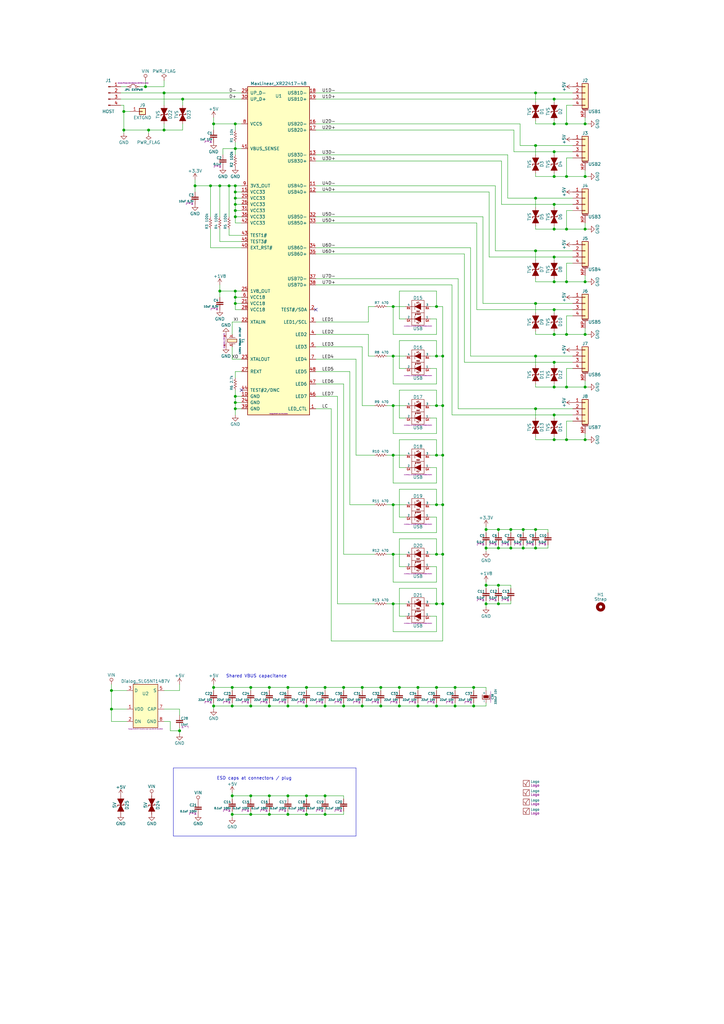
<source format=kicad_sch>
(kicad_sch (version 20231120) (generator "eeschema") (generator_version "8.0")
  (paper "A3" portrait)
  (title_block (title "StickHub") (company "Stefan Hamminga (https://rbts.co)"))
  (junction (at 240.03 115.57) (diameter 1.016))
  (junction (at 199.39 217.17) (diameter 1.016))
  (junction (at 87.63 50.8) (diameter 1.016))
  (junction (at 194.31 281.94) (diameter 1.016))
  (junction (at 227.33 158.75) (diameter 1.016))
  (junction (at 95.25 334.01) (diameter 1.016))
  (junction (at 96.52 83.82) (diameter 1.016))
  (junction (at 179.07 166.37) (diameter 1.016))
  (junction (at 90.17 119.38) (diameter 1.016))
  (junction (at 179.07 125.73) (diameter 1.016))
  (junction (at 110.49 334.01) (diameter 1.016))
  (junction (at 93.98 76.2) (diameter 1.016))
  (junction (at 133.35 281.94) (diameter 1.016))
  (junction (at 181.61 247.65) (diameter 1.016))
  (junction (at 96.52 124.46) (diameter 1.016))
  (junction (at 156.21 289.56) (diameter 1.016))
  (junction (at 227.33 50.8) (diameter 1.016))
  (junction (at 219.71 38.1) (diameter 1.016))
  (junction (at 219.71 167.64) (diameter 1.016))
  (junction (at 87.63 281.94) (diameter 1.016))
  (junction (at 204.47 224.79) (diameter 1.016))
  (junction (at 59.69 35.56) (diameter 1.016))
  (junction (at 161.29 186.69) (diameter 1.016))
  (junction (at 227.33 170.18) (diameter 1.016))
  (junction (at 179.07 186.69) (diameter 1.016))
  (junction (at 163.83 281.94) (diameter 1.016))
  (junction (at 95.25 281.94) (diameter 1.016))
  (junction (at 219.71 146.05) (diameter 1.016))
  (junction (at 240.03 158.75) (diameter 1.016))
  (junction (at 181.61 227.33) (diameter 1.016))
  (junction (at 181.61 186.69) (diameter 1.016))
  (junction (at 96.52 88.9) (diameter 1.016))
  (junction (at 125.73 281.94) (diameter 1.016))
  (junction (at 73.66 299.72) (diameter 1.016))
  (junction (at 240.03 72.39) (diameter 1.016))
  (junction (at 171.45 289.56) (diameter 1.016))
  (junction (at 96.52 167.64) (diameter 1.016))
  (junction (at 161.29 247.65) (diameter 1.016))
  (junction (at 219.71 102.87) (diameter 1.016))
  (junction (at 96.52 165.1) (diameter 1.016))
  (junction (at 186.69 281.94) (diameter 1.016))
  (junction (at 95.25 326.39) (diameter 1.016))
  (junction (at 227.33 148.59) (diameter 1.016))
  (junction (at 227.33 180.34) (diameter 1.016))
  (junction (at 219.71 217.17) (diameter 1.016))
  (junction (at 227.33 62.23) (diameter 1.016))
  (junction (at 199.39 240.03) (diameter 1.016))
  (junction (at 50.8 45.72) (diameter 1.016))
  (junction (at 219.71 224.79) (diameter 1.016))
  (junction (at 227.33 93.98) (diameter 1.016))
  (junction (at 227.33 115.57) (diameter 1.016))
  (junction (at 118.11 334.01) (diameter 1.016))
  (junction (at 50.8 53.34) (diameter 1.016))
  (junction (at 163.83 289.56) (diameter 1.016))
  (junction (at 209.55 217.17) (diameter 1.016))
  (junction (at 96.52 76.2) (diameter 1.016))
  (junction (at 96.52 162.56) (diameter 1.016))
  (junction (at 102.87 334.01) (diameter 1.016))
  (junction (at 219.71 81.28) (diameter 1.016))
  (junction (at 74.93 40.64) (diameter 1.016))
  (junction (at 96.52 60.96) (diameter 1.016))
  (junction (at 118.11 289.56) (diameter 1.016))
  (junction (at 227.33 137.16) (diameter 1.016))
  (junction (at 60.96 53.34) (diameter 1.016))
  (junction (at 219.71 59.69) (diameter 1.016))
  (junction (at 161.29 227.33) (diameter 1.016))
  (junction (at 204.47 247.65) (diameter 1.016))
  (junction (at 156.21 281.94) (diameter 1.016))
  (junction (at 199.39 224.79) (diameter 1.016))
  (junction (at 45.72 283.21) (diameter 1.016))
  (junction (at 161.29 125.73) (diameter 1.016))
  (junction (at 110.49 281.94) (diameter 1.016))
  (junction (at 110.49 326.39) (diameter 1.016))
  (junction (at 102.87 289.56) (diameter 1.016))
  (junction (at 133.35 289.56) (diameter 1.016))
  (junction (at 214.63 217.17) (diameter 1.016))
  (junction (at 133.35 334.01) (diameter 1.016))
  (junction (at 95.25 289.56) (diameter 1.016))
  (junction (at 45.72 290.83) (diameter 1.016))
  (junction (at 96.52 86.36) (diameter 1.016))
  (junction (at 240.03 50.8) (diameter 1.016))
  (junction (at 199.39 247.65) (diameter 1.016))
  (junction (at 232.41 72.39) (diameter 1.016))
  (junction (at 181.61 207.01) (diameter 1.016))
  (junction (at 161.29 207.01) (diameter 1.016))
  (junction (at 80.01 76.2) (diameter 1.016))
  (junction (at 161.29 166.37) (diameter 1.016))
  (junction (at 240.03 93.98) (diameter 1.016))
  (junction (at 227.33 105.41) (diameter 1.016))
  (junction (at 194.31 289.56) (diameter 1.016))
  (junction (at 102.87 326.39) (diameter 1.016))
  (junction (at 96.52 50.8) (diameter 1.016))
  (junction (at 125.73 326.39) (diameter 1.016))
  (junction (at 232.41 50.8) (diameter 1.016))
  (junction (at 96.52 81.28) (diameter 1.016))
  (junction (at 227.33 72.39) (diameter 1.016))
  (junction (at 214.63 224.79) (diameter 1.016))
  (junction (at 204.47 217.17) (diameter 1.016))
  (junction (at 148.59 281.94) (diameter 1.016))
  (junction (at 110.49 289.56) (diameter 1.016))
  (junction (at 148.59 289.56) (diameter 1.016))
  (junction (at 87.63 289.56) (diameter 1.016))
  (junction (at 179.07 146.05) (diameter 1.016))
  (junction (at 232.41 93.98) (diameter 1.016))
  (junction (at 67.31 38.1) (diameter 1.016))
  (junction (at 181.61 166.37) (diameter 1.016))
  (junction (at 181.61 146.05) (diameter 1.016))
  (junction (at 125.73 289.56) (diameter 1.016))
  (junction (at 219.71 124.46) (diameter 1.016))
  (junction (at 232.41 158.75) (diameter 1.016))
  (junction (at 204.47 240.03) (diameter 1.016))
  (junction (at 232.41 180.34) (diameter 1.016))
  (junction (at 118.11 326.39) (diameter 1.016))
  (junction (at 118.11 281.94) (diameter 1.016))
  (junction (at 179.07 281.94) (diameter 1.016))
  (junction (at 96.52 78.74) (diameter 1.016))
  (junction (at 186.69 289.56) (diameter 1.016))
  (junction (at 227.33 40.64) (diameter 1.016))
  (junction (at 240.03 137.16) (diameter 1.016))
  (junction (at 67.31 53.34) (diameter 1.016))
  (junction (at 179.07 227.33) (diameter 1.016))
  (junction (at 96.52 119.38) (diameter 1.016))
  (junction (at 179.07 207.01) (diameter 1.016))
  (junction (at 227.33 127) (diameter 1.016))
  (junction (at 179.07 247.65) (diameter 1.016))
  (junction (at 161.29 146.05) (diameter 1.016))
  (junction (at 140.97 289.56) (diameter 1.016))
  (junction (at 140.97 281.94) (diameter 1.016))
  (junction (at 227.33 83.82) (diameter 1.016))
  (junction (at 125.73 334.01) (diameter 1.016))
  (junction (at 86.36 76.2) (diameter 1.016))
  (junction (at 133.35 326.39) (diameter 1.016))
  (junction (at 240.03 180.34) (diameter 1.016))
  (junction (at 179.07 289.56) (diameter 1.016))
  (junction (at 209.55 224.79) (diameter 1.016))
  (junction (at 96.52 121.92) (diameter 1.016))
  (junction (at 232.41 115.57) (diameter 1.016))
  (junction (at 90.17 76.2) (diameter 1.016))
  (junction (at 232.41 137.16) (diameter 1.016))
  (junction (at 102.87 281.94) (diameter 1.016))
  (junction (at 171.45 281.94) (diameter 1.016))
  (no_connect (at 99.06 160.02))
  (no_connect (at 129.54 127))
  (wire (pts (xy 240.03 158.75) (xy 241.3 158.75)))
  (wire (pts (xy 95.25 332.74) (xy 95.25 334.01)))
  (wire (pts (xy 179.07 146.05) (xy 176.53 146.05)))
  (wire (pts (xy 102.87 288.29) (xy 102.87 289.56)))
  (wire (pts (xy 219.71 167.64) (xy 219.71 171.45)))
  (wire (pts (xy 179.07 191.77) (xy 179.07 198.12)))
  (wire (pts (xy 204.47 223.52) (xy 204.47 224.79)))
  (wire (pts (xy 110.49 334.01) (xy 118.11 334.01)))
  (wire (pts (xy 166.37 171.45) (xy 163.83 171.45)))
  (wire (pts (xy 181.61 247.65) (xy 179.07 247.65)))
  (wire (pts (xy 179.07 252.73) (xy 179.07 259.08)))
  (wire (pts (xy 219.71 124.46) (xy 219.71 128.27)))
  (wire (pts (xy 96.52 91.44) (xy 99.06 91.44)))
  (wire (pts (xy 179.07 125.73) (xy 176.53 125.73)))
  (wire (pts (xy 204.47 217.17) (xy 204.47 218.44)))
  (wire (pts (xy 176.53 171.45) (xy 179.07 171.45)))
  (wire (pts (xy 73.66 298.45) (xy 73.66 299.72)))
  (wire (pts (xy 195.58 127) (xy 227.33 127)))
  (wire (pts (xy 219.71 81.28) (xy 219.71 85.09)))
  (wire (pts (xy 158.75 207.01) (xy 161.29 207.01)))
  (wire (pts (xy 194.31 281.94) (xy 194.31 283.21)))
  (wire (pts (xy 198.12 88.9) (xy 198.12 124.46)))
  (wire (pts (xy 232.41 115.57) (xy 240.03 115.57)))
  (wire (pts (xy 219.71 102.87) (xy 234.95 102.87)))
  (wire (pts (xy 219.71 49.53) (xy 219.71 50.8)))
  (wire (pts (xy 214.63 224.79) (xy 219.71 224.79)))
  (wire (pts (xy 161.29 227.33) (xy 166.37 227.33)))
  (wire (pts (xy 158.75 125.73) (xy 161.29 125.73)))
  (wire (pts (xy 102.87 326.39) (xy 102.87 327.66)))
  (wire (pts (xy 227.33 137.16) (xy 232.41 137.16)))
  (wire (pts (xy 179.07 241.3) (xy 179.07 247.65)))
  (wire (pts (xy 219.71 224.79) (xy 224.79 224.79)))
  (wire (pts (xy 86.36 101.6) (xy 99.06 101.6)))
  (wire (pts (xy 91.44 60.96) (xy 91.44 63.5)))
  (wire (pts (xy 49.53 38.1) (xy 67.31 38.1)))
  (wire (pts (xy 140.97 334.01) (xy 140.97 332.74)))
  (wire (pts (xy 227.33 40.64) (xy 227.33 41.91)))
  (wire (pts (xy 133.35 326.39) (xy 133.35 327.66)))
  (wire (pts (xy 45.72 283.21) (xy 45.72 290.83)))
  (wire (pts (xy 181.61 262.89) (xy 135.89 262.89)))
  (wire (pts (xy 199.39 240.03) (xy 204.47 240.03)))
  (wire (pts (xy 161.29 247.65) (xy 166.37 247.65)))
  (wire (pts (xy 234.95 86.36) (xy 232.41 86.36)))
  (wire (pts (xy 73.66 299.72) (xy 73.66 300.99)))
  (wire (pts (xy 227.33 83.82) (xy 234.95 83.82)))
  (wire (pts (xy 125.73 289.56) (xy 125.73 288.29)))
  (wire (pts (xy 186.69 281.94) (xy 186.69 283.21)))
  (wire (pts (xy 158.75 166.37) (xy 161.29 166.37)))
  (wire (pts (xy 110.49 281.94) (xy 118.11 281.94)))
  (wire (pts (xy 234.95 107.95) (xy 232.41 107.95)))
  (wire (pts (xy 90.17 119.38) (xy 90.17 121.92)))
  (wire (pts (xy 99.06 99.06) (xy 90.17 99.06)))
  (wire (pts (xy 90.17 116.84) (xy 90.17 119.38)))
  (wire (pts (xy 234.95 172.72) (xy 232.41 172.72)))
  (wire (pts (xy 49.53 40.64) (xy 74.93 40.64)))
  (wire (pts (xy 209.55 247.65) (xy 209.55 246.38)))
  (wire (pts (xy 99.06 152.4) (xy 96.52 152.4)))
  (wire (pts (xy 204.47 246.38) (xy 204.47 247.65)))
  (wire (pts (xy 102.87 289.56) (xy 110.49 289.56)))
  (wire (pts (xy 50.8 43.18) (xy 50.8 45.72)))
  (wire (pts (xy 199.39 217.17) (xy 199.39 218.44)))
  (wire (pts (xy 204.47 247.65) (xy 209.55 247.65)))
  (wire (pts (xy 179.07 281.94) (xy 179.07 283.21)))
  (wire (pts (xy 125.73 326.39) (xy 125.73 327.66)))
  (wire (pts (xy 93.98 93.98) (xy 93.98 96.52)))
  (wire (pts (xy 148.59 281.94) (xy 156.21 281.94)))
  (wire (pts (xy 199.39 281.94) (xy 199.39 283.21)))
  (wire (pts (xy 118.11 332.74) (xy 118.11 334.01)))
  (wire (pts (xy 227.33 170.18) (xy 234.95 170.18)))
  (wire (pts (xy 96.52 124.46) (xy 99.06 124.46)))
  (wire (pts (xy 203.2 102.87) (xy 219.71 102.87)))
  (wire (pts (xy 125.73 326.39) (xy 133.35 326.39)))
  (wire (pts (xy 93.98 96.52) (xy 99.06 96.52)))
  (wire (pts (xy 129.54 104.14) (xy 190.5 104.14)))
  (wire (pts (xy 224.79 217.17) (xy 219.71 217.17)))
  (wire (pts (xy 118.11 281.94) (xy 125.73 281.94)))
  (wire (pts (xy 163.83 281.94) (xy 171.45 281.94)))
  (wire (pts (xy 234.95 64.77) (xy 232.41 64.77)))
  (wire (pts (xy 232.41 93.98) (xy 240.03 93.98)))
  (wire (pts (xy 219.71 72.39) (xy 227.33 72.39)))
  (wire (pts (xy 210.82 53.34) (xy 210.82 62.23)))
  (wire (pts (xy 186.69 289.56) (xy 186.69 288.29)))
  (wire (pts (xy 213.36 50.8) (xy 213.36 59.69)))
  (wire (pts (xy 179.07 139.7) (xy 179.07 146.05)))
  (wire (pts (xy 163.83 130.81) (xy 163.83 119.38)))
  (wire (pts (xy 161.29 166.37) (xy 166.37 166.37)))
  (wire (pts (xy 60.96 53.34) (xy 60.96 54.61)))
  (wire (pts (xy 87.63 289.56) (xy 87.63 290.83)))
  (wire (pts (xy 158.75 247.65) (xy 161.29 247.65)))
  (wire (pts (xy 129.54 132.08) (xy 151.13 132.08)))
  (wire (pts (xy 193.04 101.6) (xy 193.04 146.05)))
  (wire (pts (xy 193.04 146.05) (xy 219.71 146.05)))
  (wire (pts (xy 67.31 290.83) (xy 73.66 290.83)))
  (wire (pts (xy 102.87 334.01) (xy 110.49 334.01)))
  (wire (pts (xy 80.01 76.2) (xy 86.36 76.2)))
  (wire (pts (xy 96.52 86.36) (xy 96.52 88.9)))
  (wire (pts (xy 133.35 288.29) (xy 133.35 289.56)))
  (wire (pts (xy 181.61 227.33) (xy 181.61 247.65)))
  (wire (pts (xy 87.63 48.26) (xy 87.63 50.8)))
  (wire (pts (xy 158.75 186.69) (xy 161.29 186.69)))
  (wire (pts (xy 140.97 289.56) (xy 140.97 288.29)))
  (wire (pts (xy 125.73 281.94) (xy 125.73 283.21)))
  (wire (pts (xy 194.31 289.56) (xy 194.31 288.29)))
  (wire (pts (xy 232.41 172.72) (xy 232.41 180.34)))
  (wire (pts (xy 181.61 125.73) (xy 181.61 146.05)))
  (wire (pts (xy 96.52 88.9) (xy 96.52 91.44)))
  (wire (pts (xy 232.41 64.77) (xy 232.41 72.39)))
  (wire (pts (xy 163.83 180.34) (xy 179.07 180.34)))
  (wire (pts (xy 232.41 137.16) (xy 240.03 137.16)))
  (polyline (pts (xy 146.05 342.9) (xy 71.12 342.9)) (stroke (width 0) (type solid)))
  (wire (pts (xy 227.33 127) (xy 227.33 128.27)))
  (wire (pts (xy 45.72 290.83) (xy 52.07 290.83)))
  (wire (pts (xy 148.59 289.56) (xy 156.21 289.56)))
  (wire (pts (xy 67.31 38.1) (xy 99.06 38.1)))
  (wire (pts (xy 199.39 247.65) (xy 199.39 248.92)))
  (wire (pts (xy 179.07 281.94) (xy 186.69 281.94)))
  (wire (pts (xy 74.93 40.64) (xy 74.93 43.18)))
  (wire (pts (xy 232.41 50.8) (xy 240.03 50.8)))
  (wire (pts (xy 129.54 116.84) (xy 185.42 116.84)))
  (wire (pts (xy 95.25 326.39) (xy 95.25 327.66)))
  (wire (pts (xy 199.39 240.03) (xy 199.39 241.3)))
  (wire (pts (xy 227.33 148.59) (xy 227.33 149.86)))
  (wire (pts (xy 204.47 224.79) (xy 209.55 224.79)))
  (wire (pts (xy 161.29 207.01) (xy 166.37 207.01)))
  (wire (pts (xy 227.33 83.82) (xy 227.33 85.09)))
  (wire (pts (xy 219.71 217.17) (xy 219.71 218.44)))
  (wire (pts (xy 204.47 240.03) (xy 209.55 240.03)))
  (wire (pts (xy 95.25 325.12) (xy 95.25 326.39)))
  (wire (pts (xy 219.71 124.46) (xy 234.95 124.46)))
  (wire (pts (xy 143.51 152.4) (xy 143.51 207.01)))
  (wire (pts (xy 129.54 137.16) (xy 151.13 137.16)))
  (wire (pts (xy 163.83 220.98) (xy 179.07 220.98)))
  (wire (pts (xy 227.33 170.18) (xy 227.33 171.45)))
  (wire (pts (xy 129.54 76.2) (xy 203.2 76.2)))
  (wire (pts (xy 199.39 247.65) (xy 204.47 247.65)))
  (wire (pts (xy 227.33 62.23) (xy 234.95 62.23)))
  (wire (pts (xy 176.53 151.13) (xy 179.07 151.13)))
  (wire (pts (xy 140.97 227.33) (xy 153.67 227.33)))
  (wire (pts (xy 209.55 217.17) (xy 204.47 217.17)))
  (wire (pts (xy 125.73 334.01) (xy 133.35 334.01)))
  (wire (pts (xy 69.85 295.91) (xy 69.85 299.72)))
  (wire (pts (xy 166.37 232.41) (xy 163.83 232.41)))
  (wire (pts (xy 96.52 162.56) (xy 96.52 165.1)))
  (wire (pts (xy 199.39 223.52) (xy 199.39 224.79)))
  (wire (pts (xy 240.03 93.98) (xy 240.03 91.44)))
  (wire (pts (xy 163.83 289.56) (xy 171.45 289.56)))
  (wire (pts (xy 219.71 59.69) (xy 234.95 59.69)))
  (polyline (pts (xy 71.12 314.96) (xy 146.05 314.96)) (stroke (width 0) (type solid)))
  (wire (pts (xy 95.25 288.29) (xy 95.25 289.56)))
  (wire (pts (xy 45.72 280.67) (xy 45.72 283.21)))
  (wire (pts (xy 87.63 289.56) (xy 95.25 289.56)))
  (wire (pts (xy 176.53 130.81) (xy 179.07 130.81)))
  (wire (pts (xy 96.52 124.46) (xy 96.52 121.92)))
  (wire (pts (xy 179.07 238.76) (xy 161.29 238.76)))
  (wire (pts (xy 140.97 281.94) (xy 140.97 283.21)))
  (wire (pts (xy 227.33 114.3) (xy 227.33 115.57)))
  (wire (pts (xy 96.52 83.82) (xy 99.06 83.82)))
  (wire (pts (xy 96.52 167.64) (xy 96.52 170.18)))
  (wire (pts (xy 95.25 137.16) (xy 95.25 132.08)))
  (wire (pts (xy 69.85 299.72) (xy 73.66 299.72)))
  (wire (pts (xy 214.63 217.17) (xy 209.55 217.17)))
  (wire (pts (xy 181.61 186.69) (xy 181.61 207.01)))
  (wire (pts (xy 227.33 157.48) (xy 227.33 158.75)))
  (wire (pts (xy 166.37 130.81) (xy 163.83 130.81)))
  (wire (pts (xy 129.54 53.34) (xy 210.82 53.34)))
  (wire (pts (xy 161.29 198.12) (xy 161.29 186.69)))
  (wire (pts (xy 125.73 289.56) (xy 133.35 289.56)))
  (wire (pts (xy 219.71 146.05) (xy 234.95 146.05)))
  (wire (pts (xy 110.49 326.39) (xy 118.11 326.39)))
  (wire (pts (xy 67.31 38.1) (xy 67.31 43.18)))
  (wire (pts (xy 219.71 157.48) (xy 219.71 158.75)))
  (wire (pts (xy 138.43 247.65) (xy 153.67 247.65)))
  (wire (pts (xy 181.61 146.05) (xy 181.61 166.37)))
  (wire (pts (xy 176.53 191.77) (xy 179.07 191.77)))
  (wire (pts (xy 96.52 76.2) (xy 99.06 76.2)))
  (wire (pts (xy 219.71 223.52) (xy 219.71 224.79)))
  (wire (pts (xy 146.05 147.32) (xy 146.05 186.69)))
  (wire (pts (xy 99.06 127) (xy 96.52 127)))
  (wire (pts (xy 179.07 146.05) (xy 181.61 146.05)))
  (wire (pts (xy 129.54 88.9) (xy 198.12 88.9)))
  (wire (pts (xy 240.03 72.39) (xy 240.03 69.85)))
  (wire (pts (xy 199.39 224.79) (xy 199.39 226.06)))
  (wire (pts (xy 151.13 125.73) (xy 151.13 132.08)))
  (wire (pts (xy 179.07 151.13) (xy 179.07 157.48)))
  (wire (pts (xy 67.31 33.02) (xy 67.31 35.56)))
  (wire (pts (xy 67.31 35.56) (xy 59.69 35.56)))
  (wire (pts (xy 199.39 288.29) (xy 199.39 289.56)))
  (wire (pts (xy 194.31 281.94) (xy 199.39 281.94)))
  (wire (pts (xy 96.52 60.96) (xy 96.52 63.5)))
  (wire (pts (xy 110.49 332.74) (xy 110.49 334.01)))
  (wire (pts (xy 96.52 165.1) (xy 99.06 165.1)))
  (wire (pts (xy 96.52 83.82) (xy 96.52 86.36)))
  (wire (pts (xy 96.52 121.92) (xy 96.52 119.38)))
  (wire (pts (xy 181.61 207.01) (xy 181.61 227.33)))
  (wire (pts (xy 240.03 115.57) (xy 241.3 115.57)))
  (wire (pts (xy 129.54 152.4) (xy 143.51 152.4)))
  (wire (pts (xy 240.03 50.8) (xy 240.03 48.26)))
  (wire (pts (xy 219.71 114.3) (xy 219.71 115.57)))
  (wire (pts (xy 96.52 121.92) (xy 99.06 121.92)))
  (wire (pts (xy 161.29 146.05) (xy 166.37 146.05)))
  (wire (pts (xy 118.11 334.01) (xy 125.73 334.01)))
  (wire (pts (xy 87.63 50.8) (xy 87.63 53.34)))
  (wire (pts (xy 179.07 166.37) (xy 181.61 166.37)))
  (wire (pts (xy 190.5 148.59) (xy 227.33 148.59)))
  (wire (pts (xy 90.17 76.2) (xy 93.98 76.2)))
  (wire (pts (xy 151.13 146.05) (xy 153.67 146.05)))
  (wire (pts (xy 90.17 88.9) (xy 90.17 76.2)))
  (wire (pts (xy 96.52 119.38) (xy 99.06 119.38)))
  (wire (pts (xy 148.59 288.29) (xy 148.59 289.56)))
  (wire (pts (xy 204.47 240.03) (xy 204.47 241.3)))
  (wire (pts (xy 163.83 151.13) (xy 163.83 139.7)))
  (wire (pts (xy 96.52 152.4) (xy 96.52 154.94)))
  (wire (pts (xy 219.71 92.71) (xy 219.71 93.98)))
  (wire (pts (xy 135.89 262.89) (xy 135.89 167.64)))
  (wire (pts (xy 179.07 207.01) (xy 176.53 207.01)))
  (wire (pts (xy 209.55 223.52) (xy 209.55 224.79)))
  (wire (pts (xy 80.01 76.2) (xy 80.01 78.74)))
  (wire (pts (xy 96.52 60.96) (xy 91.44 60.96)))
  (wire (pts (xy 219.71 115.57) (xy 227.33 115.57)))
  (wire (pts (xy 200.66 78.74) (xy 200.66 105.41)))
  (wire (pts (xy 50.8 53.34) (xy 50.8 54.61)))
  (wire (pts (xy 161.29 177.8) (xy 161.29 166.37)))
  (wire (pts (xy 129.54 78.74) (xy 200.66 78.74)))
  (wire (pts (xy 129.54 162.56) (xy 138.43 162.56)))
  (wire (pts (xy 179.07 220.98) (xy 179.07 227.33)))
  (wire (pts (xy 95.25 147.32) (xy 99.06 147.32)))
  (wire (pts (xy 86.36 88.9) (xy 86.36 76.2)))
  (wire (pts (xy 73.66 290.83) (xy 73.66 293.37)))
  (wire (pts (xy 185.42 116.84) (xy 185.42 170.18)))
  (wire (pts (xy 156.21 281.94) (xy 156.21 283.21)))
  (wire (pts (xy 219.71 179.07) (xy 219.71 180.34)))
  (wire (pts (xy 179.07 157.48) (xy 161.29 157.48)))
  (wire (pts (xy 95.25 142.24) (xy 95.25 147.32)))
  (wire (pts (xy 125.73 332.74) (xy 125.73 334.01)))
  (wire (pts (xy 129.54 63.5) (xy 208.28 63.5)))
  (wire (pts (xy 125.73 281.94) (xy 133.35 281.94)))
  (wire (pts (xy 227.33 179.07) (xy 227.33 180.34)))
  (wire (pts (xy 96.52 160.02) (xy 96.52 162.56)))
  (wire (pts (xy 214.63 217.17) (xy 214.63 218.44)))
  (wire (pts (xy 234.95 151.13) (xy 232.41 151.13)))
  (wire (pts (xy 59.69 35.56) (xy 59.69 33.02)))
  (wire (pts (xy 129.54 50.8) (xy 213.36 50.8)))
  (wire (pts (xy 129.54 114.3) (xy 187.96 114.3)))
  (wire (pts (xy 208.28 63.5) (xy 208.28 81.28)))
  (wire (pts (xy 87.63 280.67) (xy 87.63 281.94)))
  (wire (pts (xy 90.17 99.06) (xy 90.17 93.98)))
  (wire (pts (xy 179.07 198.12) (xy 161.29 198.12)))
  (wire (pts (xy 219.71 217.17) (xy 214.63 217.17)))
  (wire (pts (xy 179.07 207.01) (xy 181.61 207.01)))
  (wire (pts (xy 219.71 102.87) (xy 219.71 106.68)))
  (wire (pts (xy 227.33 127) (xy 234.95 127)))
  (wire (pts (xy 195.58 91.44) (xy 195.58 127)))
  (wire (pts (xy 95.25 334.01) (xy 95.25 335.28)))
  (wire (pts (xy 227.33 93.98) (xy 232.41 93.98)))
  (wire (pts (xy 153.67 125.73) (xy 151.13 125.73)))
  (wire (pts (xy 140.97 326.39) (xy 140.97 327.66)))
  (wire (pts (xy 186.69 281.94) (xy 194.31 281.94)))
  (wire (pts (xy 96.52 50.8) (xy 99.06 50.8)))
  (wire (pts (xy 133.35 334.01) (xy 140.97 334.01)))
  (wire (pts (xy 240.03 137.16) (xy 240.03 134.62)))
  (wire (pts (xy 133.35 281.94) (xy 140.97 281.94)))
  (wire (pts (xy 86.36 76.2) (xy 90.17 76.2)))
  (wire (pts (xy 95.25 289.56) (xy 102.87 289.56)))
  (wire (pts (xy 143.51 207.01) (xy 153.67 207.01)))
  (wire (pts (xy 102.87 281.94) (xy 110.49 281.94)))
  (wire (pts (xy 186.69 289.56) (xy 194.31 289.56)))
  (wire (pts (xy 129.54 40.64) (xy 227.33 40.64)))
  (wire (pts (xy 163.83 160.02) (xy 179.07 160.02)))
  (wire (pts (xy 110.49 288.29) (xy 110.49 289.56)))
  (wire (pts (xy 219.71 180.34) (xy 227.33 180.34)))
  (wire (pts (xy 45.72 283.21) (xy 52.07 283.21)))
  (wire (pts (xy 67.31 53.34) (xy 74.93 53.34)))
  (wire (pts (xy 219.71 50.8) (xy 227.33 50.8)))
  (wire (pts (xy 219.71 59.69) (xy 219.71 63.5)))
  (wire (pts (xy 227.33 115.57) (xy 232.41 115.57)))
  (wire (pts (xy 227.33 50.8) (xy 232.41 50.8)))
  (wire (pts (xy 240.03 180.34) (xy 241.3 180.34)))
  (wire (pts (xy 219.71 81.28) (xy 234.95 81.28)))
  (wire (pts (xy 96.52 81.28) (xy 96.52 83.82)))
  (wire (pts (xy 96.52 127) (xy 96.52 124.46)))
  (wire (pts (xy 140.97 281.94) (xy 148.59 281.94)))
  (wire (pts (xy 227.33 180.34) (xy 232.41 180.34)))
  (wire (pts (xy 87.63 281.94) (xy 87.63 283.21)))
  (wire (pts (xy 133.35 289.56) (xy 140.97 289.56)))
  (wire (pts (xy 227.33 49.53) (xy 227.33 50.8)))
  (wire (pts (xy 179.07 166.37) (xy 176.53 166.37)))
  (wire (pts (xy 161.29 238.76) (xy 161.29 227.33)))
  (wire (pts (xy 133.35 326.39) (xy 140.97 326.39)))
  (wire (pts (xy 52.07 295.91) (xy 45.72 295.91)))
  (wire (pts (xy 158.75 146.05) (xy 161.29 146.05)))
  (wire (pts (xy 86.36 101.6) (xy 86.36 93.98)))
  (wire (pts (xy 45.72 295.91) (xy 45.72 290.83)))
  (wire (pts (xy 234.95 43.18) (xy 232.41 43.18)))
  (wire (pts (xy 133.35 332.74) (xy 133.35 334.01)))
  (wire (pts (xy 179.07 186.69) (xy 176.53 186.69)))
  (wire (pts (xy 163.83 171.45) (xy 163.83 160.02)))
  (wire (pts (xy 232.41 107.95) (xy 232.41 115.57)))
  (wire (pts (xy 227.33 40.64) (xy 234.95 40.64)))
  (wire (pts (xy 96.52 78.74) (xy 96.52 76.2)))
  (wire (pts (xy 96.52 81.28) (xy 99.06 81.28)))
  (wire (pts (xy 232.41 151.13) (xy 232.41 158.75)))
  (wire (pts (xy 135.89 167.64) (xy 129.54 167.64)))
  (wire (pts (xy 163.83 252.73) (xy 163.83 241.3)))
  (wire (pts (xy 99.06 78.74) (xy 96.52 78.74)))
  (wire (pts (xy 179.07 137.16) (xy 161.29 137.16)))
  (wire (pts (xy 240.03 180.34) (xy 240.03 177.8)))
  (wire (pts (xy 96.52 88.9) (xy 99.06 88.9)))
  (wire (pts (xy 199.39 246.38) (xy 199.39 247.65)))
  (wire (pts (xy 171.45 281.94) (xy 179.07 281.94)))
  (wire (pts (xy 138.43 162.56) (xy 138.43 247.65)))
  (wire (pts (xy 163.83 212.09) (xy 163.83 200.66)))
  (wire (pts (xy 232.41 158.75) (xy 240.03 158.75)))
  (wire (pts (xy 118.11 326.39) (xy 118.11 327.66)))
  (wire (pts (xy 99.06 60.96) (xy 96.52 60.96)))
  (wire (pts (xy 50.8 45.72) (xy 50.8 53.34)))
  (wire (pts (xy 179.07 125.73) (xy 181.61 125.73)))
  (wire (pts (xy 161.29 125.73) (xy 166.37 125.73)))
  (wire (pts (xy 179.07 289.56) (xy 171.45 289.56)))
  (wire (pts (xy 171.45 289.56) (xy 171.45 288.29)))
  (wire (pts (xy 179.07 180.34) (xy 179.07 186.69)))
  (wire (pts (xy 163.83 200.66) (xy 179.07 200.66)))
  (polyline (pts (xy 146.05 314.96) (xy 146.05 342.9)) (stroke (width 0) (type solid)))
  (wire (pts (xy 209.55 217.17) (xy 209.55 218.44)))
  (wire (pts (xy 50.8 45.72) (xy 53.34 45.72)))
  (wire (pts (xy 163.83 281.94) (xy 163.83 283.21)))
  (wire (pts (xy 87.63 288.29) (xy 87.63 289.56)))
  (wire (pts (xy 67.31 295.91) (xy 69.85 295.91)))
  (wire (pts (xy 179.07 186.69) (xy 181.61 186.69)))
  (wire (pts (xy 219.71 38.1) (xy 219.71 41.91)))
  (wire (pts (xy 95.25 326.39) (xy 102.87 326.39)))
  (wire (pts (xy 227.33 135.89) (xy 227.33 137.16)))
  (wire (pts (xy 219.71 135.89) (xy 219.71 137.16)))
  (wire (pts (xy 234.95 129.54) (xy 232.41 129.54)))
  (wire (pts (xy 187.96 167.64) (xy 219.71 167.64)))
  (wire (pts (xy 158.75 227.33) (xy 161.29 227.33)))
  (wire (pts (xy 227.33 105.41) (xy 234.95 105.41)))
  (wire (pts (xy 224.79 224.79) (xy 224.79 223.52)))
  (wire (pts (xy 74.93 40.64) (xy 99.06 40.64)))
  (wire (pts (xy 163.83 289.56) (xy 163.83 288.29)))
  (wire (pts (xy 95.25 334.01) (xy 102.87 334.01)))
  (wire (pts (xy 179.07 227.33) (xy 176.53 227.33)))
  (wire (pts (xy 67.31 283.21) (xy 73.66 283.21)))
  (wire (pts (xy 213.36 59.69) (xy 219.71 59.69)))
  (wire (pts (xy 198.12 124.46) (xy 219.71 124.46)))
  (wire (pts (xy 163.83 139.7) (xy 179.07 139.7)))
  (wire (pts (xy 179.07 288.29) (xy 179.07 289.56)))
  (wire (pts (xy 146.05 186.69) (xy 153.67 186.69)))
  (wire (pts (xy 166.37 191.77) (xy 163.83 191.77)))
  (wire (pts (xy 102.87 332.74) (xy 102.87 334.01)))
  (wire (pts (xy 163.83 232.41) (xy 163.83 220.98)))
  (wire (pts (xy 179.07 289.56) (xy 186.69 289.56)))
  (wire (pts (xy 205.74 83.82) (xy 227.33 83.82)))
  (wire (pts (xy 166.37 212.09) (xy 163.83 212.09)))
  (wire (pts (xy 166.37 151.13) (xy 163.83 151.13)))
  (wire (pts (xy 57.15 35.56) (xy 59.69 35.56)))
  (wire (pts (xy 96.52 162.56) (xy 99.06 162.56)))
  (wire (pts (xy 205.74 66.04) (xy 205.74 83.82)))
  (wire (pts (xy 219.71 71.12) (xy 219.71 72.39)))
  (wire (pts (xy 129.54 157.48) (xy 140.97 157.48)))
  (wire (pts (xy 118.11 289.56) (xy 125.73 289.56)))
  (wire (pts (xy 179.07 177.8) (xy 161.29 177.8)))
  (wire (pts (xy 156.21 289.56) (xy 156.21 288.29)))
  (wire (pts (xy 161.29 186.69) (xy 166.37 186.69)))
  (wire (pts (xy 181.61 247.65) (xy 181.61 262.89)))
  (wire (pts (xy 110.49 289.56) (xy 118.11 289.56)))
  (wire (pts (xy 240.03 93.98) (xy 241.3 93.98)))
  (wire (pts (xy 219.71 158.75) (xy 227.33 158.75)))
  (wire (pts (xy 190.5 104.14) (xy 190.5 148.59)))
  (wire (pts (xy 90.17 119.38) (xy 96.52 119.38)))
  (wire (pts (xy 219.71 93.98) (xy 227.33 93.98)))
  (wire (pts (xy 208.28 81.28) (xy 219.71 81.28)))
  (wire (pts (xy 227.33 148.59) (xy 234.95 148.59)))
  (wire (pts (xy 219.71 38.1) (xy 234.95 38.1)))
  (wire (pts (xy 161.29 157.48) (xy 161.29 146.05)))
  (wire (pts (xy 156.21 281.94) (xy 163.83 281.94)))
  (wire (pts (xy 227.33 92.71) (xy 227.33 93.98)))
  (wire (pts (xy 179.07 259.08) (xy 161.29 259.08)))
  (wire (pts (xy 240.03 137.16) (xy 241.3 137.16)))
  (wire (pts (xy 118.11 281.94) (xy 118.11 283.21)))
  (wire (pts (xy 148.59 142.24) (xy 148.59 166.37)))
  (wire (pts (xy 95.25 132.08) (xy 99.06 132.08)))
  (wire (pts (xy 96.52 86.36) (xy 99.06 86.36)))
  (wire (pts (xy 232.41 129.54) (xy 232.41 137.16)))
  (wire (pts (xy 179.07 227.33) (xy 181.61 227.33)))
  (wire (pts (xy 163.83 241.3) (xy 179.07 241.3)))
  (wire (pts (xy 176.53 212.09) (xy 179.07 212.09)))
  (wire (pts (xy 95.25 281.94) (xy 102.87 281.94)))
  (wire (pts (xy 49.53 35.56) (xy 52.07 35.56)))
  (wire (pts (xy 74.93 50.8) (xy 74.93 53.34)))
  (wire (pts (xy 96.52 165.1) (xy 96.52 167.64)))
  (wire (pts (xy 199.39 289.56) (xy 194.31 289.56)))
  (wire (pts (xy 219.71 137.16) (xy 227.33 137.16)))
  (wire (pts (xy 148.59 281.94) (xy 148.59 283.21)))
  (wire (pts (xy 129.54 147.32) (xy 146.05 147.32)))
  (wire (pts (xy 118.11 288.29) (xy 118.11 289.56)))
  (wire (pts (xy 179.07 200.66) (xy 179.07 207.01)))
  (wire (pts (xy 240.03 50.8) (xy 241.3 50.8)))
  (wire (pts (xy 118.11 326.39) (xy 125.73 326.39)))
  (wire (pts (xy 209.55 224.79) (xy 214.63 224.79)))
  (wire (pts (xy 227.33 158.75) (xy 232.41 158.75)))
  (wire (pts (xy 151.13 137.16) (xy 151.13 146.05)))
  (wire (pts (xy 199.39 224.79) (xy 204.47 224.79)))
  (wire (pts (xy 166.37 252.73) (xy 163.83 252.73)))
  (wire (pts (xy 179.07 218.44) (xy 161.29 218.44)))
  (wire (pts (xy 87.63 281.94) (xy 95.25 281.94)))
  (wire (pts (xy 185.42 170.18) (xy 227.33 170.18)))
  (wire (pts (xy 133.35 281.94) (xy 133.35 283.21)))
  (wire (pts (xy 129.54 66.04) (xy 205.74 66.04)))
  (wire (pts (xy 163.83 191.77) (xy 163.83 180.34)))
  (wire (pts (xy 87.63 50.8) (xy 96.52 50.8)))
  (wire (pts (xy 240.03 115.57) (xy 240.03 113.03)))
  (wire (pts (xy 140.97 157.48) (xy 140.97 227.33)))
  (wire (pts (xy 96.52 60.96) (xy 96.52 58.42)))
  (wire (pts (xy 232.41 72.39) (xy 240.03 72.39)))
  (wire (pts (xy 148.59 289.56) (xy 140.97 289.56)))
  (wire (pts (xy 232.41 180.34) (xy 240.03 180.34)))
  (wire (pts (xy 93.98 76.2) (xy 93.98 88.9)))
  (wire (pts (xy 129.54 38.1) (xy 219.71 38.1)))
  (wire (pts (xy 176.53 232.41) (xy 179.07 232.41)))
  (wire (pts (xy 227.33 62.23) (xy 227.33 63.5)))
  (wire (pts (xy 80.01 73.66) (xy 80.01 76.2)))
  (wire (pts (xy 148.59 166.37) (xy 153.67 166.37)))
  (wire (pts (xy 50.8 53.34) (xy 60.96 53.34)))
  (wire (pts (xy 60.96 53.34) (xy 67.31 53.34)))
  (wire (pts (xy 129.54 91.44) (xy 195.58 91.44)))
  (wire (pts (xy 210.82 62.23) (xy 227.33 62.23)))
  (wire (pts (xy 240.03 158.75) (xy 240.03 156.21)))
  (wire (pts (xy 240.03 72.39) (xy 241.3 72.39)))
  (wire (pts (xy 179.07 119.38) (xy 179.07 125.73)))
  (wire (pts (xy 163.83 119.38) (xy 179.07 119.38)))
  (wire (pts (xy 232.41 86.36) (xy 232.41 93.98)))
  (wire (pts (xy 102.87 281.94) (xy 102.87 283.21)))
  (wire (pts (xy 227.33 105.41) (xy 227.33 106.68)))
  (wire (pts (xy 110.49 281.94) (xy 110.49 283.21)))
  (wire (pts (xy 176.53 252.73) (xy 179.07 252.73)))
  (wire (pts (xy 95.25 281.94) (xy 95.25 283.21)))
  (wire (pts (xy 187.96 114.3) (xy 187.96 167.64)))
  (wire (pts (xy 219.71 167.64) (xy 234.95 167.64)))
  (wire (pts (xy 171.45 281.94) (xy 171.45 283.21)))
  (wire (pts (xy 67.31 50.8) (xy 67.31 53.34)))
  (wire (pts (xy 129.54 142.24) (xy 148.59 142.24)))
  (wire (pts (xy 96.52 78.74) (xy 96.52 81.28)))
  (wire (pts (xy 161.29 137.16) (xy 161.29 125.73)))
  (wire (pts (xy 161.29 218.44) (xy 161.29 207.01)))
  (wire (pts (xy 179.07 171.45) (xy 179.07 177.8)))
  (wire (pts (xy 232.41 43.18) (xy 232.41 50.8)))
  (polyline (pts (xy 71.12 314.96) (xy 71.12 342.9)) (stroke (width 0) (type solid)))
  (wire (pts (xy 199.39 215.9) (xy 199.39 217.17)))
  (wire (pts (xy 214.63 223.52) (xy 214.63 224.79)))
  (wire (pts (xy 227.33 72.39) (xy 232.41 72.39)))
  (wire (pts (xy 181.61 166.37) (xy 181.61 186.69)))
  (wire (pts (xy 161.29 259.08) (xy 161.29 247.65)))
  (wire (pts (xy 96.52 53.34) (xy 96.52 50.8)))
  (wire (pts (xy 224.79 218.44) (xy 224.79 217.17)))
  (wire (pts (xy 96.52 167.64) (xy 99.06 167.64)))
  (wire (pts (xy 129.54 101.6) (xy 193.04 101.6)))
  (wire (pts (xy 203.2 76.2) (xy 203.2 102.87)))
  (wire (pts (xy 179.07 212.09) (xy 179.07 218.44)))
  (wire (pts (xy 209.55 240.03) (xy 209.55 241.3)))
  (wire (pts (xy 227.33 71.12) (xy 227.33 72.39)))
  (wire (pts (xy 156.21 289.56) (xy 163.83 289.56)))
  (wire (pts (xy 102.87 326.39) (xy 110.49 326.39)))
  (wire (pts (xy 73.66 283.21) (xy 73.66 280.67)))
  (wire (pts (xy 179.07 232.41) (xy 179.07 238.76)))
  (wire (pts (xy 179.07 160.02) (xy 179.07 166.37)))
  (wire (pts (xy 179.07 130.81) (xy 179.07 137.16)))
  (wire (pts (xy 93.98 76.2) (xy 96.52 76.2)))
  (wire (pts (xy 199.39 238.76) (xy 199.39 240.03)))
  (wire (pts (xy 200.66 105.41) (xy 227.33 105.41)))
  (wire (pts (xy 49.53 43.18) (xy 50.8 43.18)))
  (wire (pts (xy 219.71 146.05) (xy 219.71 149.86)))
  (wire (pts (xy 179.07 247.65) (xy 176.53 247.65)))
  (wire (pts (xy 204.47 217.17) (xy 199.39 217.17)))
  (wire (pts (xy 110.49 326.39) (xy 110.49 327.66)))
  (text "ESD caps at connectors / plug" (at 88.9 320.04 0) (effects (font (size 1.27 1.27)) (justify left bottom)))
  (text "Shared VBUS capacitance" (at 92.71 278.13 0) (effects (font (size 1.27 1.27)) (justify left bottom)))
  (label "LED1" (at 132.08 132.08 0))
  (label "LED5" (at 132.08 152.4 0))
  (label "U1D-" (at 132.08 38.1 0))
  (label "U5D-" (at 132.08 88.9 0))
  (label "U3D-" (at 132.08 63.5 0))
  (label "D-" (at 93.98 38.1 0))
  (label "LED4" (at 132.08 147.32 0))
  (label "U4D-" (at 132.08 76.2 0))
  (label "U4D+" (at 132.08 78.74 0))
  (label "LED3" (at 132.08 142.24 0))
  (label "XI" (at 97.79 132.08 180))
  (label "D+" (at 93.98 40.64 0))
  (label "U1D+" (at 132.08 40.64 0))
  (label "U2D+" (at 132.08 53.34 0))
  (label "U2D-" (at 132.08 50.8 0))
  (label "LED7" (at 132.08 162.56 0))
  (label "LED2" (at 132.08 137.16 0))
  (label "U6D-" (at 132.08 101.6 0))
  (label "U7D-" (at 132.08 114.3 0))
  (label "U7D+" (at 132.08 116.84 0))
  (label "LED6" (at 132.08 157.48 0))
  (label "U3D+" (at 132.08 66.04 0))
  (label "U5D+" (at 132.08 91.44 0))
  (label "LC" (at 132.08 167.64 0))
  (label "XO" (at 97.79 147.32 180))
  (label "U6D+" (at 132.08 104.14 0))
  (symbol (lib_id "RobotProtos:RSMALL") (at 156.21 207.01 270) (unit 1)
    (property "Reference" "R11" (at 155.702 205.486 90) (effects (font (size 0.9906 0.9906)) (justify right)))
    (property "Value" "470" (at 156.464 205.486 90) (effects (font (size 0.991 0.991)) (justify left)))
    (property "Footprint" "Resistor_SMD:1608_C" (effects (hide yes)))
    (property "USD_per_1000" "0,024" (effects (hide yes)))
    (property "USD_per_1" "0,08" (effects (hide yes)))
    (property "MPN" "0402WGF4700TCE" (effects (hide yes)))
  )
  (symbol (lib_id "RobotProtos:VIN") (at 45.72 280.67 0) (unit 1)
    (property "Reference" "#PWR036" (effects (hide yes)))
    (property "Value" "VIN" (at 45.72 276.86 0))
  )
  (symbol (lib_name "Logo_3") (lib_id "RobotProtos:Logo") (at 215.9 332.74 0) (unit 1)
    (property "Reference" "LOGO4" (effects (hide yes)))
    (property "Value" "Logo" (at 217.678 331.978 0) (effects (font (size 0.9906 0.9906)) (justify left)))
    (property "Footprint" "Logo" (at 217.678 333.502 0) (effects (font (size 0.991 0.991)) (justify left)))
    (property "Description" "Not Populated" (effects (hide yes)))
  )
  (symbol (lib_id "power:PWR_FLAG") (at 67.31 33.02 0) (unit 1)
    (property "Reference" "#FLG0102" (effects (hide yes)))
    (property "Value" "PWR_FLAG" (at 67.31 29.21 0))
  )
  (symbol (lib_id "power:GND") (at 80.01 83.82 0) (unit 1)
    (property "Reference" "#PWR013" (effects (hide yes)))
    (property "Value" "GND" (at 80.01 87.63 0))
  )
  (symbol (lib_id "power:GND") (at 241.3 72.39 90) (mirror x) (unit 1)
    (property "Reference" "#PWR010" (effects (hide yes)))
    (property "Value" "GND" (at 245.11 72.39 0))
  )
  (symbol (lib_id "RobotProtos:D_TVS_Filled") (at 219.71 175.26 270) (mirror x) (unit 1)
    (property "Reference" "D13" (at 222.25 175.26 0))
    (property "Value" "TVS" (at 217.17 175.26 0))
    (property "Footprint" "Diode_SMD:1006_C" (effects (hide yes)))
    (property "Description" "0.5pF 3.3V" (effects (hide yes)))
    (property "MPN" "AR0521P1" (effects (hide yes)))
  )
  (symbol (lib_id "power:+1V8") (at 90.17 116.84 0) (unit 1)
    (property "Reference" "#PWR017" (effects (hide yes)))
    (property "Value" "+1V8" (at 90.17 113.284 0))
  )
  (symbol (lib_id "RobotProtos:Conn_01x01") (at 58.42 45.72 0) (unit 1)
    (property "Reference" "J9" (at 58.42 43.18 0))
    (property "Value" "EXTGND" (at 58.42 48.26 0))
    (property "Footprint" "SH_Solder_Pads:1P-1.5x1.5" (effects (hide yes)))
    (property "Description" "Not Populated" (effects (hide yes)))
  )
  (symbol (lib_id "RobotProtos:Csmall") (at 118.11 330.2 0) (mirror y) (unit 1)
    (property "Reference" "C17" (at 117.602 328.93 0) (effects (font (size 0.9906 0.9906)) (justify left)))
    (property "Value" "0.1uF 100V" (at 117.602 331.47 0) (effects (font (size 0.787 0.787)) (justify left)))
    (property "Footprint" "Capacitor_SMD:1608_C" (effects (hide yes)))
    (property "Voltage" "16V" (at 117.348 332.232 0) (effects (font (size 0.254 0.254) (bold yes)) (justify left)))
    (property "Tolerance" "10%" (at 115.824 332.232 0) (effects (font (size 0.254 0.254))))
    (property "Package" "1608" (at 117.348 332.74 0) (effects (font (size 0.2032 0.2032) (bold yes)) (justify left)))
    (property "Footprint_Density" "C" (at 114.554 332.74 0) (effects (font (size 0.254 0.254) (bold yes))))
    (property "Dielectric" "X7R" (at 114.808 332.232 0) (effects (font (size 0.254 0.254))))
    (property "Sim.Device" "C" (effects (hide yes)))
    (property "Sim.Params" "c=\"\"" (effects (hide yes)))
    (property "Sim.Pins" "1=+ 2=-" (effects (hide yes)))
  )
  (symbol (lib_id "RobotProtos:D_TVS_Filled") (at 219.71 132.08 270) (mirror x) (unit 1)
    (property "Reference" "D9" (at 222.25 132.08 0))
    (property "Value" "TVS" (at 217.17 132.08 0))
    (property "Footprint" "Diode_SMD:1006_C" (effects (hide yes)))
    (property "Description" "0.5pF 3.3V" (effects (hide yes)))
    (property "MPN" "AR0521P1" (effects (hide yes)))
  )
  (symbol (lib_id "RobotProtos:Csmall") (at 199.39 243.84 0) (mirror y) (unit 1)
    (property "Reference" "C11" (at 198.882 242.57 0) (effects (font (size 0.9906 0.9906)) (justify left)))
    (property "Value" "0.1uF" (at 198.882 245.11 0) (effects (font (size 0.787 0.787)) (justify left)))
    (property "Footprint" "Capacitor_SMD:1608_C" (effects (hide yes)))
    (property "Voltage" "16V" (at 198.628 245.872 0) (effects (font (size 0.254 0.254) (bold yes)) (justify left)))
    (property "Tolerance" "10%" (at 197.104 245.872 0) (effects (font (size 0.254 0.254))))
    (property "Package" "1608" (at 198.628 246.38 0) (effects (font (size 0.2032 0.2032) (bold yes)) (justify left)))
    (property "Footprint_Density" "C" (at 195.834 246.38 0) (effects (font (size 0.254 0.254) (bold yes))))
    (property "Dielectric" "X7R" (at 196.088 245.872 0) (effects (font (size 0.254 0.254))))
    (property "Sim.Device" "C" (effects (hide yes)))
    (property "Sim.Params" "c=\"\"" (effects (hide yes)))
    (property "Sim.Pins" "1=+ 2=-" (effects (hide yes)))
  )
  (symbol (lib_id "power:+5V") (at 234.95 165.1 90) (mirror x) (unit 1)
    (property "Reference" "#PWR025" (effects (hide yes)))
    (property "Value" "+5V" (at 231.394 165.1 0))
  )
  (symbol (lib_id "RobotProtos:LED_DUAL_red_green") (at 171.45 128.27 0) (unit 1)
    (property "Reference" "D15" (at 171.45 122.174 0))
    (property "Value" "USB" (at 171.45 134.747 0))
    (property "Footprint" "LED_SMD:Duo_LED_1.6x0.8_Kingbright_APHB1608LZGKSURKC" (at 171.45 133.731 0) (effects (font (size 0.254 0.254))))
    (property "MPN" "APHB1608SGEC" (effects (hide yes)))
  )
  (symbol (lib_id "power:+5V") (at 49.53 326.39 0) (unit 1)
    (property "Reference" "#PWR040" (effects (hide yes)))
    (property "Value" "+5V" (at 49.53 322.834 0))
  )
  (symbol (lib_id "RobotProtos:Crystal_small_4P") (at 95.25 139.7 270) (unit 1)
    (property "Reference" "Y1" (at 99.695 139.7 0) (effects (font (size 0.9906 0.9906))))
    (property "Value" "12MHz 50ppm 16-20pF" (at 98.425 139.7 0) (effects (font (size 0.61 0.61))))
    (property "Footprint" "Crystal:Crystal_4-SMD_2.5x2mm" (at 91.948 139.7 0) (effects (font (size 0.254 0.254))))
    (property "MPN" "CM4012M00020T8188026" (effects (hide yes)))
  )
  (symbol (lib_id "power:+5V") (at 234.95 78.74 90) (mirror x) (unit 1)
    (property "Reference" "#PWR012" (effects (hide yes)))
    (property "Value" "+5V" (at 231.394 78.74 0))
  )
  (symbol (lib_id "RobotProtos:Csmall") (at 81.28 331.47 0) (mirror y) (unit 1)
    (property "Reference" "C21" (at 80.772 330.2 0) (effects (font (size 0.9906 0.9906)) (justify left)))
    (property "Value" "0.1uF 100V" (at 80.772 332.74 0) (effects (font (size 0.787 0.787)) (justify left)))
    (property "Footprint" "Capacitor_SMD:1608_C" (effects (hide yes)))
    (property "Voltage" "16V" (at 80.518 333.502 0) (effects (font (size 0.254 0.254) (bold yes)) (justify left)))
    (property "Tolerance" "10%" (at 78.994 333.502 0) (effects (font (size 0.254 0.254))))
    (property "Package" "1608" (at 80.518 334.01 0) (effects (font (size 0.2032 0.2032) (bold yes)) (justify left)))
    (property "Footprint_Density" "C" (at 77.724 334.01 0) (effects (font (size 0.254 0.254) (bold yes))))
    (property "Dielectric" "X7R" (at 77.978 333.502 0) (effects (font (size 0.254 0.254))))
    (property "Sim.Device" "C" (effects (hide yes)))
    (property "Sim.Params" "c=\"\"" (effects (hide yes)))
    (property "Sim.Pins" "1=+ 2=-" (effects (hide yes)))
  )
  (symbol (lib_id "power:GND") (at 199.39 226.06 0) (unit 1)
    (property "Reference" "#PWR029" (effects (hide yes)))
    (property "Value" "GND" (at 199.39 229.87 0))
  )
  (symbol (lib_id "RobotProtos:RSMALL") (at 93.98 91.44 0) (unit 1)
    (property "Reference" "R5" (at 92.456 91.948 90) (effects (font (size 0.9906 0.9906)) (justify right)))
    (property "Value" "100k" (at 92.456 91.186 90) (effects (font (size 0.991 0.991)) (justify left)))
    (property "Footprint" "Resistor_SMD:1608_C" (effects (hide yes)))
    (property "USD_per_1000" "0,024" (effects (hide yes)))
    (property "USD_per_1" "0,08" (effects (hide yes)))
    (property "MPN" "0402WGF1003TCE" (effects (hide yes)))
  )
  (symbol (lib_id "RobotProtos:Conn_01x04_MountingPin") (at 240.03 102.87 0) (unit 1)
    (property "Reference" "J5" (at 240.03 97.79 0))
    (property "Value" "USB4" (at 241.3 110.49 0) (effects (justify left)))
    (property "Footprint" "Connector_JST:JST_SH_SM04B-SRSS-TB_1x04-1MP_P1.00mm_Horizontal" (effects (hide yes)))
    (property "Description" "JST SH 4-Pin horizontal" (effects (hide yes)))
    (property "MPN" "SM04B-SRSS-TB(LF)(SN) " (effects (hide yes)))
  )
  (symbol (lib_id "RobotProtos:RSMALL") (at 86.36 91.44 0) (unit 1)
    (property "Reference" "R3" (at 84.836 91.948 90) (effects (font (size 0.9906 0.9906)) (justify right)))
    (property "Value" "100k" (at 84.836 91.186 90) (effects (font (size 0.991 0.991)) (justify left)))
    (property "Footprint" "Resistor_SMD:1608_C" (effects (hide yes)))
    (property "USD_per_1000" "0,024" (effects (hide yes)))
    (property "USD_per_1" "0,08" (effects (hide yes)))
    (property "MPN" "0402WGF1003TCE" (effects (hide yes)))
  )
  (symbol (lib_id "RobotProtos:JUMPER") (at 54.61 35.56 0) (unit 1)
    (property "Reference" "JP1" (at 53.34 36.83 0) (effects (font (size 0.7874 0.7874)) (justify right)))
    (property "Value" "EXTPWR" (at 53.975 36.83 0) (effects (font (size 0.787 0.787)) (justify left)))
    (property "Footprint" "Connector_PinHeader_2.54mm:PinHeader_1x02_P2.54mm_Vertical" (at 54.61 34.036 0) (effects (font (size 0.254 0.254))))
    (property "Description" "Not Populated" (effects (hide yes)))
  )
  (symbol (lib_id "RobotProtos:Conn_01x04_MountingPin") (at 240.03 167.64 0) (unit 1)
    (property "Reference" "J8" (at 240.03 162.56 0))
    (property "Value" "USB7" (at 241.3 175.26 0) (effects (justify left)))
    (property "Footprint" "Connector_JST:JST_SH_SM04B-SRSS-TB_1x04-1MP_P1.00mm_Horizontal" (effects (hide yes)))
    (property "Description" "JST SH 4-Pin horizontal" (effects (hide yes)))
    (property "MPN" "SM04B-SRSS-TB(LF)(SN) " (effects (hide yes)))
  )
  (symbol (lib_name "Logo_2") (lib_id "RobotProtos:Logo") (at 215.9 328.93 0) (unit 1)
    (property "Reference" "LOGO3" (effects (hide yes)))
    (property "Value" "Logo" (at 217.678 328.168 0) (effects (font (size 0.9906 0.9906)) (justify left)))
    (property "Footprint" "Logo" (at 217.678 329.692 0) (effects (font (size 0.991 0.991)) (justify left)))
    (property "Description" "Not Populated" (effects (hide yes)))
  )
  (symbol (lib_id "RobotProtos:Csmall") (at 133.35 330.2 0) (mirror y) (unit 1)
    (property "Reference" "C19" (at 132.842 328.93 0) (effects (font (size 0.9906 0.9906)) (justify left)))
    (property "Value" "0.1uF 100V" (at 132.842 331.47 0) (effects (font (size 0.787 0.787)) (justify left)))
    (property "Footprint" "Capacitor_SMD:1608_C" (effects (hide yes)))
    (property "Voltage" "16V" (at 132.588 332.232 0) (effects (font (size 0.254 0.254) (bold yes)) (justify left)))
    (property "Tolerance" "10%" (at 131.064 332.232 0) (effects (font (size 0.254 0.254))))
    (property "Package" "1608" (at 132.588 332.74 0) (effects (font (size 0.2032 0.2032) (bold yes)) (justify left)))
    (property "Footprint_Density" "C" (at 129.794 332.74 0) (effects (font (size 0.254 0.254) (bold yes))))
    (property "Dielectric" "X7R" (at 130.048 332.232 0) (effects (font (size 0.254 0.254))))
    (property "Sim.Device" "C" (effects (hide yes)))
    (property "Sim.Params" "c=\"\"" (effects (hide yes)))
    (property "Sim.Pins" "1=+ 2=-" (effects (hide yes)))
  )
  (symbol (lib_id "RobotProtos:Csmall") (at 219.71 220.98 0) (mirror y) (unit 1)
    (property "Reference" "C9" (at 219.202 219.71 0) (effects (font (size 0.9906 0.9906)) (justify left)))
    (property "Value" "0.1uF" (at 219.202 222.25 0) (effects (font (size 0.787 0.787)) (justify left)))
    (property "Footprint" "Capacitor_SMD:1608_C" (effects (hide yes)))
    (property "Voltage" "16V" (at 218.948 223.012 0) (effects (font (size 0.254 0.254) (bold yes)) (justify left)))
    (property "Tolerance" "10%" (at 217.424 223.012 0) (effects (font (size 0.254 0.254))))
    (property "Package" "1608" (at 218.948 223.52 0) (effects (font (size 0.2032 0.2032) (bold yes)) (justify left)))
    (property "Footprint_Density" "C" (at 216.154 223.52 0) (effects (font (size 0.254 0.254) (bold yes))))
    (property "Dielectric" "X7R" (at 216.408 223.012 0) (effects (font (size 0.254 0.254))))
    (property "Sim.Device" "C" (effects (hide yes)))
    (property "Sim.Params" "c=\"\"" (effects (hide yes)))
    (property "Sim.Pins" "1=+ 2=-" (effects (hide yes)))
  )
  (symbol (lib_id "RobotProtos:Csmall") (at 73.66 295.91 0) (unit 1)
    (property "Reference" "C28" (at 74.168 294.64 0) (effects (font (size 0.9906 0.9906)) (justify left)))
    (property "Value" "15nF" (at 74.168 297.18 0) (effects (font (size 0.787 0.787)) (justify left)))
    (property "Footprint" "Capacitor_SMD:1608_C" (effects (hide yes)))
    (property "Voltage" "16V" (at 74.422 297.942 0) (effects (font (size 0.254 0.254) (bold yes)) (justify left)))
    (property "Tolerance" "10%" (at 75.946 297.942 0) (effects (font (size 0.254 0.254))))
    (property "Package" "1608" (at 74.422 298.45 0) (effects (font (size 0.2032 0.2032) (bold yes)) (justify left)))
    (property "Footprint_Density" "C" (at 77.216 298.45 0) (effects (font (size 0.254 0.254) (bold yes))))
    (property "Dielectric" "X7R" (at 76.962 297.942 0) (effects (font (size 0.254 0.254))))
    (property "Sim.Device" "C" (effects (hide yes)))
    (property "Sim.Params" "c=\"\"" (effects (hide yes)))
    (property "Sim.Pins" "1=+ 2=-" (effects (hide yes)))
  )
  (symbol (lib_id "RobotProtos:RSMALL") (at 96.52 55.88 0) (unit 1)
    (property "Reference" "R1" (at 94.996 56.388 90) (effects (font (size 0.9906 0.9906)) (justify right)))
    (property "Value" "10k" (at 94.996 55.626 90) (effects (font (size 0.991 0.991)) (justify left)))
    (property "Footprint" "Resistor_SMD:1608_C" (effects (hide yes)))
    (property "USD_per_1000" "0,024" (effects (hide yes)))
    (property "USD_per_1" "0,08" (effects (hide yes)))
    (property "MPN" "0402WGF1002TCE" (effects (hide yes)))
  )
  (symbol (lib_id "power:GND") (at 81.28 334.01 0) (unit 1)
    (property "Reference" "#PWR043" (effects (hide yes)))
    (property "Value" "GND" (at 81.28 337.82 0))
  )
  (symbol (lib_id "RobotProtos:LED_DUAL_red_green") (at 171.45 229.87 0) (unit 1)
    (property "Reference" "D20" (at 171.45 223.774 0))
    (property "Value" "USB" (at 171.45 236.347 0))
    (property "Footprint" "LED_SMD:Duo_LED_1.6x0.8_Kingbright_APHB1608LZGKSURKC" (at 171.45 235.331 0) (effects (font (size 0.254 0.254))))
    (property "MPN" "APHB1608SGEC" (effects (hide yes)))
  )
  (symbol (lib_id "RobotProtos:LED_DUAL_red_green") (at 171.45 250.19 0) (unit 1)
    (property "Reference" "D21" (at 171.45 244.094 0))
    (property "Value" "USB" (at 171.45 256.667 0))
    (property "Footprint" "LED_SMD:Duo_LED_1.6x0.8_Kingbright_APHB1608LZGKSURKC" (at 171.45 255.651 0) (effects (font (size 0.254 0.254))))
    (property "MPN" "APHB1608SGEC" (effects (hide yes)))
  )
  (symbol (lib_id "power:GND") (at 241.3 137.16 90) (mirror x) (unit 1)
    (property "Reference" "#PWR021" (effects (hide yes)))
    (property "Value" "GND" (at 245.11 137.16 0))
  )
  (symbol (lib_id "power:+5V") (at 73.66 280.67 0) (unit 1)
    (property "Reference" "#PWR037" (effects (hide yes)))
    (property "Value" "+5V" (at 73.66 277.114 0))
  )
  (symbol (lib_id "RobotProtos:D_TVS_Filled") (at 227.33 153.67 270) (mirror x) (unit 1)
    (property "Reference" "D12" (at 229.87 153.67 0))
    (property "Value" "TVS" (at 224.79 153.67 0))
    (property "Footprint" "Diode_SMD:1006_C" (effects (hide yes)))
    (property "Description" "0.5pF 3.3V" (effects (hide yes)))
    (property "MPN" "AR0521P1" (effects (hide yes)))
  )
  (symbol (lib_id "RobotProtos:Csmall") (at 87.63 55.88 0) (mirror y) (unit 1)
    (property "Reference" "C1" (at 87.122 54.61 0) (effects (font (size 0.9906 0.9906)) (justify left)))
    (property "Value" "1uF 10V" (at 87.122 57.15 0) (effects (font (size 0.787 0.787)) (justify left)))
    (property "Footprint" "Capacitor_SMD:1608_C" (effects (hide yes)))
    (property "Voltage" "16V" (at 86.868 57.912 0) (effects (font (size 0.254 0.254) (bold yes)) (justify left)))
    (property "Tolerance" "10%" (at 85.344 57.912 0) (effects (font (size 0.254 0.254))))
    (property "Package" "1608" (at 86.868 58.42 0) (effects (font (size 0.2032 0.2032) (bold yes)) (justify left)))
    (property "Footprint_Density" "C" (at 84.074 58.42 0) (effects (font (size 0.254 0.254) (bold yes))))
    (property "Dielectric" "X7R" (at 84.328 57.912 0) (effects (font (size 0.254 0.254))))
    (property "Sim.Device" "C" (effects (hide yes)))
    (property "Sim.Params" "c=\"\"" (effects (hide yes)))
    (property "Sim.Pins" "1=+ 2=-" (effects (hide yes)))
  )
  (symbol (lib_id "power:GND") (at 241.3 180.34 90) (mirror x) (unit 1)
    (property "Reference" "#PWR027" (effects (hide yes)))
    (property "Value" "GND" (at 245.11 180.34 0))
  )
  (symbol (lib_id "RobotProtos:Csmall") (at 214.63 220.98 0) (mirror y) (unit 1)
    (property "Reference" "C8" (at 214.122 219.71 0) (effects (font (size 0.9906 0.9906)) (justify left)))
    (property "Value" "0.1uF" (at 214.122 222.25 0) (effects (font (size 0.787 0.787)) (justify left)))
    (property "Footprint" "Capacitor_SMD:1608_C" (effects (hide yes)))
    (property "Voltage" "16V" (at 213.868 223.012 0) (effects (font (size 0.254 0.254) (bold yes)) (justify left)))
    (property "Tolerance" "10%" (at 212.344 223.012 0) (effects (font (size 0.254 0.254))))
    (property "Package" "1608" (at 213.868 223.52 0) (effects (font (size 0.2032 0.2032) (bold yes)) (justify left)))
    (property "Footprint_Density" "C" (at 211.074 223.52 0) (effects (font (size 0.254 0.254) (bold yes))))
    (property "Dielectric" "X7R" (at 211.328 223.012 0) (effects (font (size 0.254 0.254))))
    (property "Sim.Device" "C" (effects (hide yes)))
    (property "Sim.Params" "c=\"\"" (effects (hide yes)))
    (property "Sim.Pins" "1=+ 2=-" (effects (hide yes)))
  )
  (symbol (lib_id "RobotProtos:Csmall") (at 80.01 81.28 0) (mirror y) (unit 1)
    (property "Reference" "C3" (at 79.502 80.01 0) (effects (font (size 0.9906 0.9906)) (justify left)))
    (property "Value" "10uF 6.3V" (at 79.502 82.55 0) (effects (font (size 0.787 0.787)) (justify left)))
    (property "Footprint" "Capacitor_SMD:1608_C" (effects (hide yes)))
    (property "Voltage" "16V" (at 79.248 83.312 0) (effects (font (size 0.254 0.254) (bold yes)) (justify left)))
    (property "Tolerance" "10%" (at 77.724 83.312 0) (effects (font (size 0.254 0.254))))
    (property "Package" "1608" (at 79.248 83.82 0) (effects (font (size 0.2032 0.2032) (bold yes)) (justify left)))
    (property "Footprint_Density" "C" (at 76.454 83.82 0) (effects (font (size 0.254 0.254) (bold yes))))
    (property "Dielectric" "X7R" (at 76.708 83.312 0) (effects (font (size 0.254 0.254))))
    (property "Sim.Device" "C" (effects (hide yes)))
    (property "Sim.Params" "c=\"\"" (effects (hide yes)))
    (property "Sim.Pins" "1=+ 2=-" (effects (hide yes)))
  )
  (symbol (lib_id "RobotProtos:VIN") (at 62.23 326.39 0) (unit 1)
    (property "Reference" "#PWR032" (effects (hide yes)))
    (property "Value" "VIN" (at 62.23 322.58 0))
  )
  (symbol (lib_id "RobotProtos:Conn_01x04_MountingPin") (at 240.03 146.05 0) (unit 1)
    (property "Reference" "J7" (at 240.03 140.97 0))
    (property "Value" "USB6" (at 241.3 153.67 0) (effects (justify left)))
    (property "Footprint" "Connector_JST:JST_SH_SM04B-SRSS-TB_1x04-1MP_P1.00mm_Horizontal" (effects (hide yes)))
    (property "Description" "JST SH 4-Pin horizontal" (effects (hide yes)))
    (property "MPN" "SM04B-SRSS-TB(LF)(SN) " (effects (hide yes)))
  )
  (symbol (lib_id "power:GND") (at 241.3 93.98 90) (mirror x) (unit 1)
    (property "Reference" "#PWR014" (effects (hide yes)))
    (property "Value" "GND" (at 245.11 93.98 0))
  )
  (symbol (lib_id "power:GND") (at 91.44 68.58 0) (unit 1)
    (property "Reference" "#PWR08" (effects (hide yes)))
    (property "Value" "GND" (at 91.44 72.39 0))
  )
  (symbol (lib_id "RobotProtos:D_TVS_Filled") (at 219.71 67.31 270) (mirror x) (unit 1)
    (property "Reference" "D3" (at 222.25 67.31 0))
    (property "Value" "TVS" (at 217.17 67.31 0))
    (property "Footprint" "Diode_SMD:1006_C" (effects (hide yes)))
    (property "Description" "0.5pF 3.3V" (effects (hide yes)))
    (property "MPN" "AR0521P1" (effects (hide yes)))
  )
  (symbol (lib_id "RobotProtos:RSMALL") (at 156.21 247.65 270) (unit 1)
    (property "Reference" "R13" (at 155.702 246.126 90) (effects (font (size 0.9906 0.9906)) (justify right)))
    (property "Value" "470" (at 156.464 246.126 90) (effects (font (size 0.991 0.991)) (justify left)))
    (property "Footprint" "Resistor_SMD:1608_C" (effects (hide yes)))
    (property "USD_per_1000" "0,024" (effects (hide yes)))
    (property "USD_per_1" "0,08" (effects (hide yes)))
    (property "MPN" "0402WGF4700TCE" (effects (hide yes)))
  )
  (symbol (lib_id "RobotProtos:Csmall") (at 179.07 285.75 0) (mirror y) (unit 1)
    (property "Reference" "C35" (at 178.562 284.48 0) (effects (font (size 0.9906 0.9906)) (justify left)))
    (property "Value" "22uF 10V" (at 178.562 287.02 0) (effects (font (size 0.787 0.787)) (justify left)))
    (property "Footprint" "Capacitor_SMD:1608_C" (effects (hide yes)))
    (property "Voltage" "16V" (at 178.308 287.782 0) (effects (font (size 0.254 0.254) (bold yes)) (justify left)))
    (property "Tolerance" "10%" (at 176.784 287.782 0) (effects (font (size 0.254 0.254))))
    (property "Package" "1608" (at 178.308 288.29 0) (effects (font (size 0.2032 0.2032) (bold yes)) (justify left)))
    (property "Footprint_Density" "C" (at 175.514 288.29 0) (effects (font (size 0.254 0.254) (bold yes))))
    (property "Dielectric" "X7R" (at 175.768 287.782 0) (effects (font (size 0.254 0.254))))
    (property "Sim.Device" "C" (effects (hide yes)))
    (property "Sim.Params" "c=\"\"" (effects (hide yes)))
    (property "Sim.Pins" "1=+ 2=-" (effects (hide yes)))
  )
  (symbol (lib_id "RobotProtos:Csmall") (at 156.21 285.75 0) (mirror y) (unit 1)
    (property "Reference" "C32" (at 155.702 284.48 0) (effects (font (size 0.9906 0.9906)) (justify left)))
    (property "Value" "22uF 10V" (at 155.702 287.02 0) (effects (font (size 0.787 0.787)) (justify left)))
    (property "Footprint" "Capacitor_SMD:1608_C" (effects (hide yes)))
    (property "Voltage" "16V" (at 155.448 287.782 0) (effects (font (size 0.254 0.254) (bold yes)) (justify left)))
    (property "Tolerance" "10%" (at 153.924 287.782 0) (effects (font (size 0.254 0.254))))
    (property "Package" "1608" (at 155.448 288.29 0) (effects (font (size 0.2032 0.2032) (bold yes)) (justify left)))
    (property "Footprint_Density" "C" (at 152.654 288.29 0) (effects (font (size 0.254 0.254) (bold yes))))
    (property "Dielectric" "X7R" (at 152.908 287.782 0) (effects (font (size 0.254 0.254))))
    (property "Sim.Device" "C" (effects (hide yes)))
    (property "Sim.Params" "c=\"\"" (effects (hide yes)))
    (property "Sim.Pins" "1=+ 2=-" (effects (hide yes)))
  )
  (symbol (lib_id "power:GND") (at 241.3 158.75 90) (mirror x) (unit 1)
    (property "Reference" "#PWR024" (effects (hide yes)))
    (property "Value" "GND" (at 245.11 158.75 0))
  )
  (symbol (lib_id "RobotProtos:Logo") (at 215.9 321.31 0) (unit 1)
    (property "Reference" "LOGO1" (effects (hide yes)))
    (property "Value" "Logo" (at 217.678 320.548 0) (effects (font (size 0.9906 0.9906)) (justify left)))
    (property "Footprint" "Logo" (at 217.678 322.072 0) (effects (font (size 0.991 0.991)) (justify left)))
    (property "Description" "Not Populated" (effects (hide yes)))
  )
  (symbol (lib_id "RobotProtos:D_TVS_Filled") (at 67.31 46.99 270) (mirror x) (unit 1)
    (property "Reference" "D22" (at 69.85 46.99 0))
    (property "Value" "TVS" (at 64.77 46.99 0))
    (property "Footprint" "Diode_SMD:1006_C" (effects (hide yes)))
    (property "Description" "0.5pF 3.3V" (effects (hide yes)))
    (property "MPN" "AR0521P1" (effects (hide yes)))
  )
  (symbol (lib_id "RobotProtos:D_TVS_Filled") (at 227.33 175.26 270) (mirror x) (unit 1)
    (property "Reference" "D14" (at 229.87 175.26 0))
    (property "Value" "TVS" (at 224.79 175.26 0))
    (property "Footprint" "Diode_SMD:1006_C" (effects (hide yes)))
    (property "Description" "0.5pF 3.3V" (effects (hide yes)))
    (property "MPN" "AR0521P1" (effects (hide yes)))
  )
  (symbol (lib_id "power:GND") (at 87.63 290.83 0) (unit 1)
    (property "Reference" "#PWR039" (effects (hide yes)))
    (property "Value" "GND" (at 87.63 294.64 0))
  )
  (symbol (lib_id "RobotProtos:D_TVS_Filled") (at 219.71 153.67 270) (mirror x) (unit 1)
    (property "Reference" "D11" (at 222.25 153.67 0))
    (property "Value" "TVS" (at 217.17 153.67 0))
    (property "Footprint" "Diode_SMD:1006_C" (effects (hide yes)))
    (property "Description" "0.5pF 3.3V" (effects (hide yes)))
    (property "MPN" "AR0521P1" (effects (hide yes)))
  )
  (symbol (lib_id "RobotProtos:D_TVS_Filled") (at 227.33 88.9 270) (mirror x) (unit 1)
    (property "Reference" "D6" (at 229.87 88.9 0))
    (property "Value" "TVS" (at 224.79 88.9 0))
    (property "Footprint" "Diode_SMD:1006_C" (effects (hide yes)))
    (property "Description" "0.5pF 3.3V" (effects (hide yes)))
    (property "MPN" "AR0521P1" (effects (hide yes)))
  )
  (symbol (lib_id "power:+5V") (at 234.95 121.92 90) (mirror x) (unit 1)
    (property "Reference" "#PWR018" (effects (hide yes)))
    (property "Value" "+5V" (at 231.394 121.92 0))
  )
  (symbol (lib_id "power:PWR_FLAG") (at 60.96 54.61 180) (unit 1)
    (property "Reference" "#FLG0101" (effects (hide yes)))
    (property "Value" "PWR_FLAG" (at 60.96 58.42 0))
  )
  (symbol (lib_id "power:GND") (at 50.8 54.61 0) (unit 1)
    (property "Reference" "#PWR03" (effects (hide yes)))
    (property "Value" "GND" (at 50.8 58.42 0))
  )
  (symbol (lib_id "power:+3.3V") (at 80.01 73.66 0) (unit 1)
    (property "Reference" "#PWR011" (effects (hide yes)))
    (property "Value" "+3.3V" (at 80.01 70.104 0))
  )
  (symbol (lib_id "power:+5V") (at 234.95 143.51 90) (mirror x) (unit 1)
    (property "Reference" "#PWR023" (effects (hide yes)))
    (property "Value" "+5V" (at 231.394 143.51 0))
  )
  (symbol (lib_id "power:GND") (at 241.3 50.8 90) (mirror x) (unit 1)
    (property "Reference" "#PWR05" (effects (hide yes)))
    (property "Value" "GND" (at 245.11 50.8 0))
  )
  (symbol (lib_id "RobotProtos:D_TVS_Filled") (at 49.53 330.2 270) (mirror x) (unit 1)
    (property "Reference" "D25" (at 52.07 330.2 0))
    (property "Value" "5V" (at 46.99 330.2 0))
    (property "Footprint" "Diode_SMD:1006_C" (effects (hide yes)))
    (property "Description" "D5V0H1B2LP-7B" (effects (hide yes)))
    (property "MPN" "D5V0H1B2LP-7B" (effects (hide yes)))
  )
  (symbol (lib_id "RobotProtos:Csmall") (at 90.17 124.46 0) (mirror y) (unit 1)
    (property "Reference" "C4" (at 89.662 123.19 0) (effects (font (size 0.9906 0.9906)) (justify left)))
    (property "Value" "10uF 6.3V" (at 89.662 125.73 0) (effects (font (size 0.787 0.787)) (justify left)))
    (property "Footprint" "Capacitor_SMD:1608_C" (effects (hide yes)))
    (property "Voltage" "16V" (at 89.408 126.492 0) (effects (font (size 0.254 0.254) (bold yes)) (justify left)))
    (property "Tolerance" "10%" (at 87.884 126.492 0) (effects (font (size 0.254 0.254))))
    (property "Package" "1608" (at 89.408 127 0) (effects (font (size 0.2032 0.2032) (bold yes)) (justify left)))
    (property "Footprint_Density" "C" (at 86.614 127 0) (effects (font (size 0.254 0.254) (bold yes))))
    (property "Dielectric" "X7R" (at 86.868 126.492 0) (effects (font (size 0.254 0.254))))
    (property "Sim.Device" "C" (effects (hide yes)))
    (property "Sim.Params" "c=\"\"" (effects (hide yes)))
    (property "Sim.Pins" "1=+ 2=-" (effects (hide yes)))
  )
  (symbol (lib_id "RobotProtos:RSMALL") (at 156.21 125.73 270) (unit 1)
    (property "Reference" "R7" (at 155.702 124.206 90) (effects (font (size 0.9906 0.9906)) (justify right)))
    (property "Value" "470" (at 156.464 124.206 90) (effects (font (size 0.991 0.991)) (justify left)))
    (property "Footprint" "Resistor_SMD:1608_C" (effects (hide yes)))
    (property "USD_per_1000" "0,024" (effects (hide yes)))
    (property "USD_per_1" "0,08" (effects (hide yes)))
    (property "MPN" "0402WGF4700TCE" (effects (hide yes)))
  )
  (symbol (lib_id "RobotProtos:Csmall") (at 110.49 285.75 0) (mirror y) (unit 1)
    (property "Reference" "C25" (at 109.982 284.48 0) (effects (font (size 0.9906 0.9906)) (justify left)))
    (property "Value" "22uF 10V" (at 109.982 287.02 0) (effects (font (size 0.787 0.787)) (justify left)))
    (property "Footprint" "Capacitor_SMD:1608_C" (effects (hide yes)))
    (property "Voltage" "16V" (at 109.728 287.782 0) (effects (font (size 0.254 0.254) (bold yes)) (justify left)))
    (property "Tolerance" "10%" (at 108.204 287.782 0) (effects (font (size 0.254 0.254))))
    (property "Package" "1608" (at 109.728 288.29 0) (effects (font (size 0.2032 0.2032) (bold yes)) (justify left)))
    (property "Footprint_Density" "C" (at 106.934 288.29 0) (effects (font (size 0.254 0.254) (bold yes))))
    (property "Dielectric" "X7R" (at 107.188 287.782 0) (effects (font (size 0.254 0.254))))
    (property "Sim.Device" "C" (effects (hide yes)))
    (property "Sim.Params" "c=\"\"" (effects (hide yes)))
    (property "Sim.Pins" "1=+ 2=-" (effects (hide yes)))
  )
  (symbol (lib_id "power:+5V") (at 87.63 48.26 0) (unit 1)
    (property "Reference" "#PWR04" (effects (hide yes)))
    (property "Value" "+5V" (at 87.63 44.704 0))
  )
  (symbol (lib_id "power:GND") (at 73.66 300.99 0) (unit 1)
    (property "Reference" "#PWR041" (effects (hide yes)))
    (property "Value" "GND" (at 73.66 304.8 0))
  )
  (symbol (lib_id "power:GND") (at 95.25 335.28 0) (unit 1)
    (property "Reference" "#PWR035" (effects (hide yes)))
    (property "Value" "GND" (at 95.25 339.09 0))
  )
  (symbol (lib_id "RobotProtos:Csmall") (at 102.87 285.75 0) (mirror y) (unit 1)
    (property "Reference" "C24" (at 102.362 284.48 0) (effects (font (size 0.9906 0.9906)) (justify left)))
    (property "Value" "22uF 10V" (at 102.362 287.02 0) (effects (font (size 0.787 0.787)) (justify left)))
    (property "Footprint" "Capacitor_SMD:1608_C" (effects (hide yes)))
    (property "Voltage" "16V" (at 102.108 287.782 0) (effects (font (size 0.254 0.254) (bold yes)) (justify left)))
    (property "Tolerance" "10%" (at 100.584 287.782 0) (effects (font (size 0.254 0.254))))
    (property "Package" "1608" (at 102.108 288.29 0) (effects (font (size 0.2032 0.2032) (bold yes)) (justify left)))
    (property "Footprint_Density" "C" (at 99.314 288.29 0) (effects (font (size 0.254 0.254) (bold yes))))
    (property "Dielectric" "X7R" (at 99.568 287.782 0) (effects (font (size 0.254 0.254))))
    (property "Sim.Device" "C" (effects (hide yes)))
    (property "Sim.Params" "c=\"\"" (effects (hide yes)))
    (property "Sim.Pins" "1=+ 2=-" (effects (hide yes)))
  )
  (symbol (lib_id "power:GND") (at 96.52 68.58 0) (unit 1)
    (property "Reference" "#PWR09" (effects (hide yes)))
    (property "Value" "GND" (at 96.52 72.39 0))
  )
  (symbol (lib_id "power:GND") (at 199.39 248.92 0) (unit 1)
    (property "Reference" "#PWR031" (effects (hide yes)))
    (property "Value" "GND" (at 199.39 252.73 0))
  )
  (symbol (lib_id "RobotProtos:Csmall") (at 209.55 220.98 0) (mirror y) (unit 1)
    (property "Reference" "C7" (at 209.042 219.71 0) (effects (font (size 0.9906 0.9906)) (justify left)))
    (property "Value" "0.1uF" (at 209.042 222.25 0) (effects (font (size 0.787 0.787)) (justify left)))
    (property "Footprint" "Capacitor_SMD:1608_C" (effects (hide yes)))
    (property "Voltage" "16V" (at 208.788 223.012 0) (effects (font (size 0.254 0.254) (bold yes)) (justify left)))
    (property "Tolerance" "10%" (at 207.264 223.012 0) (effects (font (size 0.254 0.254))))
    (property "Package" "1608" (at 208.788 223.52 0) (effects (font (size 0.2032 0.2032) (bold yes)) (justify left)))
    (property "Footprint_Density" "C" (at 205.994 223.52 0) (effects (font (size 0.254 0.254) (bold yes))))
    (property "Dielectric" "X7R" (at 206.248 223.012 0) (effects (font (size 0.254 0.254))))
    (property "Sim.Device" "C" (effects (hide yes)))
    (property "Sim.Params" "c=\"\"" (effects (hide yes)))
    (property "Sim.Pins" "1=+ 2=-" (effects (hide yes)))
  )
  (symbol (lib_id "power:GND") (at 62.23 334.01 0) (unit 1)
    (property "Reference" "#PWR033" (effects (hide yes)))
    (property "Value" "GND" (at 62.23 337.82 0))
  )
  (symbol (lib_id "RobotProtos:Csmall") (at 87.63 285.75 0) (mirror y) (unit 1)
    (property "Reference" "C22" (at 87.122 284.48 0) (effects (font (size 0.9906 0.9906)) (justify left)))
    (property "Value" "22uF 10V" (at 87.122 287.02 0) (effects (font (size 0.787 0.787)) (justify left)))
    (property "Footprint" "Capacitor_SMD:1608_C" (effects (hide yes)))
    (property "Voltage" "16V" (at 86.868 287.782 0) (effects (font (size 0.254 0.254) (bold yes)) (justify left)))
    (property "Tolerance" "10%" (at 85.344 287.782 0) (effects (font (size 0.254 0.254))))
    (property "Package" "1608" (at 86.868 288.29 0) (effects (font (size 0.2032 0.2032) (bold yes)) (justify left)))
    (property "Footprint_Density" "C" (at 84.074 288.29 0) (effects (font (size 0.254 0.254) (bold yes))))
    (property "Dielectric" "X7R" (at 84.328 287.782 0) (effects (font (size 0.254 0.254))))
    (property "Sim.Device" "C" (effects (hide yes)))
    (property "Sim.Params" "c=\"\"" (effects (hide yes)))
    (property "Sim.Pins" "1=+ 2=-" (effects (hide yes)))
  )
  (symbol (lib_id "RobotProtos:MountingHole") (at 246.38 248.92 0) (unit 1)
    (property "Reference" "H1" (at 246.38 243.84 0))
    (property "Value" "Strap" (at 246.38 245.745 0))
    (property "Footprint" "MountingHole:Plain_Hole_3mm" (effects (hide yes)))
    (property "Description" "Not Populated" (effects (hide yes)))
  )
  (symbol (lib_id "RobotProtos:LED_DUAL_red_green") (at 171.45 189.23 0) (unit 1)
    (property "Reference" "D18" (at 171.45 183.134 0))
    (property "Value" "USB" (at 171.45 195.707 0))
    (property "Footprint" "LED_SMD:Duo_LED_1.6x0.8_Kingbright_APHB1608LZGKSURKC" (at 171.45 194.691 0) (effects (font (size 0.254 0.254))))
    (property "MPN" "APHB1608SGEC" (effects (hide yes)))
  )
  (symbol (lib_id "RobotProtos:RSMALL") (at 90.17 91.44 0) (unit 1)
    (property "Reference" "R4" (at 88.646 91.948 90) (effects (font (size 0.9906 0.9906)) (justify right)))
    (property "Value" "100k" (at 88.646 91.186 90) (effects (font (size 0.991 0.991)) (justify left)))
    (property "Footprint" "Resistor_SMD:1608_C" (effects (hide yes)))
    (property "USD_per_1000" "0,024" (effects (hide yes)))
    (property "USD_per_1" "0,08" (effects (hide yes)))
    (property "MPN" "0402WGF1003TCE" (effects (hide yes)))
  )
  (symbol (lib_id "power:GND") (at 49.53 334.01 0) (unit 1)
    (property "Reference" "#PWR044" (effects (hide yes)))
    (property "Value" "GND" (at 49.53 337.82 0))
  )
  (symbol (lib_id "RobotProtos:Csmall") (at 148.59 285.75 0) (mirror y) (unit 1)
    (property "Reference" "C31" (at 148.082 284.48 0) (effects (font (size 0.9906 0.9906)) (justify left)))
    (property "Value" "22uF 10V" (at 148.082 287.02 0) (effects (font (size 0.787 0.787)) (justify left)))
    (property "Footprint" "Capacitor_SMD:1608_C" (effects (hide yes)))
    (property "Voltage" "16V" (at 147.828 287.782 0) (effects (font (size 0.254 0.254) (bold yes)) (justify left)))
    (property "Tolerance" "10%" (at 146.304 287.782 0) (effects (font (size 0.254 0.254))))
    (property "Package" "1608" (at 147.828 288.29 0) (effects (font (size 0.2032 0.2032) (bold yes)) (justify left)))
    (property "Footprint_Density" "C" (at 145.034 288.29 0) (effects (font (size 0.254 0.254) (bold yes))))
    (property "Dielectric" "X7R" (at 145.288 287.782 0) (effects (font (size 0.254 0.254))))
    (property "Sim.Device" "C" (effects (hide yes)))
    (property "Sim.Params" "c=\"\"" (effects (hide yes)))
    (property "Sim.Pins" "1=+ 2=-" (effects (hide yes)))
  )
  (symbol (lib_id "power:GND") (at 92.71 142.24 0) (unit 1)
    (property "Reference" "#PWR022" (effects (hide yes)))
    (property "Value" "GND" (at 92.71 146.05 0))
  )
  (symbol (lib_id "RobotProtos:D_TVS_Filled") (at 219.71 88.9 270) (mirror x) (unit 1)
    (property "Reference" "D5" (at 222.25 88.9 0))
    (property "Value" "TVS" (at 217.17 88.9 0))
    (property "Footprint" "Diode_SMD:1006_C" (effects (hide yes)))
    (property "Description" "0.5pF 3.3V" (effects (hide yes)))
    (property "MPN" "AR0521P1" (effects (hide yes)))
  )
  (symbol (lib_id "power:GND") (at 241.3 115.57 90) (mirror x) (unit 1)
    (property "Reference" "#PWR016" (effects (hide yes)))
    (property "Value" "GND" (at 245.11 115.57 0))
  )
  (symbol (lib_id "RobotProtos:Csmall") (at 102.87 330.2 0) (mirror y) (unit 1)
    (property "Reference" "C15" (at 102.362 328.93 0) (effects (font (size 0.9906 0.9906)) (justify left)))
    (property "Value" "0.1uF 100V" (at 102.362 331.47 0) (effects (font (size 0.787 0.787)) (justify left)))
    (property "Footprint" "Capacitor_SMD:1608_C" (effects (hide yes)))
    (property "Voltage" "16V" (at 102.108 332.232 0) (effects (font (size 0.254 0.254) (bold yes)) (justify left)))
    (property "Tolerance" "10%" (at 100.584 332.232 0) (effects (font (size 0.254 0.254))))
    (property "Package" "1608" (at 102.108 332.74 0) (effects (font (size 0.2032 0.2032) (bold yes)) (justify left)))
    (property "Footprint_Density" "C" (at 99.314 332.74 0) (effects (font (size 0.254 0.254) (bold yes))))
    (property "Dielectric" "X7R" (at 99.568 332.232 0) (effects (font (size 0.254 0.254))))
    (property "Sim.Device" "C" (effects (hide yes)))
    (property "Sim.Params" "c=\"\"" (effects (hide yes)))
    (property "Sim.Pins" "1=+ 2=-" (effects (hide yes)))
  )
  (symbol (lib_id "RobotProtos:Csmall") (at 140.97 285.75 0) (mirror y) (unit 1)
    (property "Reference" "C30" (at 140.462 284.48 0) (effects (font (size 0.9906 0.9906)) (justify left)))
    (property "Value" "22uF 10V" (at 140.462 287.02 0) (effects (font (size 0.787 0.787)) (justify left)))
    (property "Footprint" "Capacitor_SMD:1608_C" (effects (hide yes)))
    (property "Voltage" "16V" (at 140.208 287.782 0) (effects (font (size 0.254 0.254) (bold yes)) (justify left)))
    (property "Tolerance" "10%" (at 138.684 287.782 0) (effects (font (size 0.254 0.254))))
    (property "Package" "1608" (at 140.208 288.29 0) (effects (font (size 0.2032 0.2032) (bold yes)) (justify left)))
    (property "Footprint_Density" "C" (at 137.414 288.29 0) (effects (font (size 0.254 0.254) (bold yes))))
    (property "Dielectric" "X7R" (at 137.668 287.782 0) (effects (font (size 0.254 0.254))))
    (property "Sim.Device" "C" (effects (hide yes)))
    (property "Sim.Params" "c=\"\"" (effects (hide yes)))
    (property "Sim.Pins" "1=+ 2=-" (effects (hide yes)))
  )
  (symbol (lib_id "RobotProtos:LED_DUAL_red_green") (at 171.45 148.59 0) (unit 1)
    (property "Reference" "D16" (at 171.45 142.494 0))
    (property "Value" "USB" (at 171.45 155.067 0))
    (property "Footprint" "LED_SMD:Duo_LED_1.6x0.8_Kingbright_APHB1608LZGKSURKC" (at 171.45 154.051 0) (effects (font (size 0.254 0.254))))
    (property "MPN" "APHB1608SGEC" (effects (hide yes)))
  )
  (symbol (lib_id "RobotProtos:Csmall") (at 224.79 220.98 0) (mirror y) (unit 1)
    (property "Reference" "C10" (at 224.282 219.71 0) (effects (font (size 0.9906 0.9906)) (justify left)))
    (property "Value" "0.1uF" (at 224.282 222.25 0) (effects (font (size 0.787 0.787)) (justify left)))
    (property "Footprint" "Capacitor_SMD:1608_C" (effects (hide yes)))
    (property "Voltage" "16V" (at 224.028 223.012 0) (effects (font (size 0.254 0.254) (bold yes)) (justify left)))
    (property "Tolerance" "10%" (at 222.504 223.012 0) (effects (font (size 0.254 0.254))))
    (property "Package" "1608" (at 224.028 223.52 0) (effects (font (size 0.2032 0.2032) (bold yes)) (justify left)))
    (property "Footprint_Density" "C" (at 221.234 223.52 0) (effects (font (size 0.254 0.254) (bold yes))))
    (property "Dielectric" "X7R" (at 221.488 223.012 0) (effects (font (size 0.254 0.254))))
    (property "Sim.Device" "C" (effects (hide yes)))
    (property "Sim.Params" "c=\"\"" (effects (hide yes)))
    (property "Sim.Pins" "1=+ 2=-" (effects (hide yes)))
  )
  (symbol (lib_id "RobotProtos:Csmall") (at 95.25 285.75 0) (mirror y) (unit 1)
    (property "Reference" "C23" (at 94.742 284.48 0) (effects (font (size 0.9906 0.9906)) (justify left)))
    (property "Value" "22uF 10V" (at 94.742 287.02 0) (effects (font (size 0.787 0.787)) (justify left)))
    (property "Footprint" "Capacitor_SMD:1608_C" (effects (hide yes)))
    (property "Voltage" "16V" (at 94.488 287.782 0) (effects (font (size 0.254 0.254) (bold yes)) (justify left)))
    (property "Tolerance" "10%" (at 92.964 287.782 0) (effects (font (size 0.254 0.254))))
    (property "Package" "1608" (at 94.488 288.29 0) (effects (font (size 0.2032 0.2032) (bold yes)) (justify left)))
    (property "Footprint_Density" "C" (at 91.694 288.29 0) (effects (font (size 0.254 0.254) (bold yes))))
    (property "Dielectric" "X7R" (at 91.948 287.782 0) (effects (font (size 0.254 0.254))))
    (property "Sim.Device" "C" (effects (hide yes)))
    (property "Sim.Params" "c=\"\"" (effects (hide yes)))
    (property "Sim.Pins" "1=+ 2=-" (effects (hide yes)))
  )
  (symbol (lib_id "RobotProtos:RSMALL") (at 156.21 227.33 270) (unit 1)
    (property "Reference" "R12" (at 155.702 225.806 90) (effects (font (size 0.9906 0.9906)) (justify right)))
    (property "Value" "470" (at 156.464 225.806 90) (effects (font (size 0.991 0.991)) (justify left)))
    (property "Footprint" "Resistor_SMD:1608_C" (effects (hide yes)))
    (property "USD_per_1000" "0,024" (effects (hide yes)))
    (property "USD_per_1" "0,08" (effects (hide yes)))
    (property "MPN" "0402WGF4700TCE" (effects (hide yes)))
  )
  (symbol (lib_id "RobotProtos:Csmall") (at 204.47 220.98 0) (mirror y) (unit 1)
    (property "Reference" "C6" (at 203.962 219.71 0) (effects (font (size 0.9906 0.9906)) (justify left)))
    (property "Value" "0.1uF" (at 203.962 222.25 0) (effects (font (size 0.787 0.787)) (justify left)))
    (property "Footprint" "Capacitor_SMD:1608_C" (effects (hide yes)))
    (property "Voltage" "16V" (at 203.708 223.012 0) (effects (font (size 0.254 0.254) (bold yes)) (justify left)))
    (property "Tolerance" "10%" (at 202.184 223.012 0) (effects (font (size 0.254 0.254))))
    (property "Package" "1608" (at 203.708 223.52 0) (effects (font (size 0.2032 0.2032) (bold yes)) (justify left)))
    (property "Footprint_Density" "C" (at 200.914 223.52 0) (effects (font (size 0.254 0.254) (bold yes))))
    (property "Dielectric" "X7R" (at 201.168 223.012 0) (effects (font (size 0.254 0.254))))
    (property "Sim.Device" "C" (effects (hide yes)))
    (property "Sim.Params" "c=\"\"" (effects (hide yes)))
    (property "Sim.Pins" "1=+ 2=-" (effects (hide yes)))
  )
  (symbol (lib_id "RobotProtos:D_TVS_Filled") (at 227.33 45.72 270) (mirror x) (unit 1)
    (property "Reference" "D2" (at 229.87 45.72 0))
    (property "Value" "TVS" (at 224.79 45.72 0))
    (property "Footprint" "Diode_SMD:1006_C" (effects (hide yes)))
    (property "Description" "0.5pF 3.3V" (effects (hide yes)))
    (property "MPN" "AR0521P1" (effects (hide yes)))
  )
  (symbol (lib_id "RobotProtos:D_TVS_Filled") (at 227.33 132.08 270) (mirror x) (unit 1)
    (property "Reference" "D10" (at 229.87 132.08 0))
    (property "Value" "TVS" (at 224.79 132.08 0))
    (property "Footprint" "Diode_SMD:1006_C" (effects (hide yes)))
    (property "Description" "0.5pF 3.3V" (effects (hide yes)))
    (property "MPN" "AR0521P1" (effects (hide yes)))
  )
  (symbol (lib_id "RobotProtos:RSMALL") (at 156.21 186.69 270) (unit 1)
    (property "Reference" "R10" (at 155.702 185.166 90) (effects (font (size 0.9906 0.9906)) (justify right)))
    (property "Value" "470" (at 156.464 185.166 90) (effects (font (size 0.991 0.991)) (justify left)))
    (property "Footprint" "Resistor_SMD:1608_C" (effects (hide yes)))
    (property "USD_per_1000" "0,024" (effects (hide yes)))
    (property "USD_per_1" "0,08" (effects (hide yes)))
    (property "MPN" "0402WGF4700TCE" (effects (hide yes)))
  )
  (symbol (lib_id "RobotProtos:VIN") (at 81.28 328.93 0) (unit 1)
    (property "Reference" "#PWR042" (effects (hide yes)))
    (property "Value" "VIN" (at 81.28 325.12 0))
  )
  (symbol (lib_id "power:GND") (at 92.71 137.16 180) (unit 1)
    (property "Reference" "#PWR020" (effects (hide yes)))
    (property "Value" "GND" (at 92.71 133.35 0))
  )
  (symbol (lib_id "RobotProtos:LED_DUAL_red_green") (at 171.45 168.91 0) (unit 1)
    (property "Reference" "D17" (at 171.45 162.814 0))
    (property "Value" "USB" (at 171.45 175.387 0))
    (property "Footprint" "LED_SMD:Duo_LED_1.6x0.8_Kingbright_APHB1608LZGKSURKC" (at 171.45 174.371 0) (effects (font (size 0.254 0.254))))
    (property "MPN" "APHB1608SGEC" (effects (hide yes)))
  )
  (symbol (lib_id "RobotProtos:MaxLinear_XR22417-48") (at 114.3 99.06 0) (unit 1)
    (property "Reference" "U1" (at 114.3 39.37 0))
    (property "Value" "MaxLinear_XR22417-48" (at 114.3 34.29 0))
    (property "Footprint" "Package_QFP:LQFP-48_7x7mm_P0.5mm" (at 114.3 169.672 0) (effects (font (size 0.25 0.25))))
    (property "MPN" "XR22417CV48TR-F" (effects (hide yes)))
  )
  (symbol (lib_id "RobotProtos:Csmall") (at 163.83 285.75 0) (mirror y) (unit 1)
    (property "Reference" "C33" (at 163.322 284.48 0) (effects (font (size 0.9906 0.9906)) (justify left)))
    (property "Value" "22uF 10V" (at 163.322 287.02 0) (effects (font (size 0.787 0.787)) (justify left)))
    (property "Footprint" "Capacitor_SMD:1608_C" (effects (hide yes)))
    (property "Voltage" "16V" (at 163.068 287.782 0) (effects (font (size 0.254 0.254) (bold yes)) (justify left)))
    (property "Tolerance" "10%" (at 161.544 287.782 0) (effects (font (size 0.254 0.254))))
    (property "Package" "1608" (at 163.068 288.29 0) (effects (font (size 0.2032 0.2032) (bold yes)) (justify left)))
    (property "Footprint_Density" "C" (at 160.274 288.29 0) (effects (font (size 0.254 0.254) (bold yes))))
    (property "Dielectric" "X7R" (at 160.528 287.782 0) (effects (font (size 0.254 0.254))))
    (property "Sim.Device" "C" (effects (hide yes)))
    (property "Sim.Params" "c=\"\"" (effects (hide yes)))
    (property "Sim.Pins" "1=+ 2=-" (effects (hide yes)))
  )
  (symbol (lib_id "RobotProtos:Csmall") (at 91.44 66.04 0) (mirror y) (unit 1)
    (property "Reference" "C2" (at 90.932 64.77 0) (effects (font (size 0.9906 0.9906)) (justify left)))
    (property "Value" "0.1uF" (at 90.932 67.31 0) (effects (font (size 0.787 0.787)) (justify left)))
    (property "Footprint" "Capacitor_SMD:1608_C" (effects (hide yes)))
    (property "Voltage" "16V" (at 90.678 68.072 0) (effects (font (size 0.254 0.254) (bold yes)) (justify left)))
    (property "Tolerance" "10%" (at 89.154 68.072 0) (effects (font (size 0.254 0.254))))
    (property "Package" "1608" (at 90.678 68.58 0) (effects (font (size 0.2032 0.2032) (bold yes)) (justify left)))
    (property "Footprint_Density" "C" (at 87.884 68.58 0) (effects (font (size 0.254 0.254) (bold yes))))
    (property "Dielectric" "X7R" (at 88.138 68.072 0) (effects (font (size 0.254 0.254))))
    (property "Sim.Device" "C" (effects (hide yes)))
    (property "Sim.Params" "c=\"\"" (effects (hide yes)))
    (property "Sim.Pins" "1=+ 2=-" (effects (hide yes)))
  )
  (symbol (lib_id "RobotProtos:D_TVS_Filled") (at 219.71 45.72 270) (mirror x) (unit 1)
    (property "Reference" "D1" (at 222.25 45.72 0))
    (property "Value" "TVS" (at 217.17 45.72 0))
    (property "Footprint" "Diode_SMD:1006_C" (effects (hide yes)))
    (property "Description" "0.5pF 3.3V" (effects (hide yes)))
    (property "MPN" "AR0521P1" (effects (hide yes)))
  )
  (symbol (lib_id "RobotProtos:Conn_01x04_Male") (at 44.45 38.1 0) (unit 1)
    (property "Reference" "J1" (at 44.45 33.02 0))
    (property "Value" "HOST" (at 44.45 45.72 0))
    (property "Footprint" "Connector_USB:USB_A_PCB_traces_small" (effects (hide yes)))
    (property "Description" "Not Populated" (effects (hide yes)))
  )
  (symbol (lib_id "RobotProtos:Csmall") (at 133.35 285.75 0) (mirror y) (unit 1)
    (property "Reference" "C29" (at 132.842 284.48 0) (effects (font (size 0.9906 0.9906)) (justify left)))
    (property "Value" "22uF 10V" (at 132.842 287.02 0) (effects (font (size 0.787 0.787)) (justify left)))
    (property "Footprint" "Capacitor_SMD:1608_C" (effects (hide yes)))
    (property "Voltage" "16V" (at 132.588 287.782 0) (effects (font (size 0.254 0.254) (bold yes)) (justify left)))
    (property "Tolerance" "10%" (at 131.064 287.782 0) (effects (font (size 0.254 0.254))))
    (property "Package" "1608" (at 132.588 288.29 0) (effects (font (size 0.2032 0.2032) (bold yes)) (justify left)))
    (property "Footprint_Density" "C" (at 129.794 288.29 0) (effects (font (size 0.254 0.254) (bold yes))))
    (property "Dielectric" "X7R" (at 130.048 287.782 0) (effects (font (size 0.254 0.254))))
    (property "Sim.Device" "C" (effects (hide yes)))
    (property "Sim.Params" "c=\"\"" (effects (hide yes)))
    (property "Sim.Pins" "1=+ 2=-" (effects (hide yes)))
  )
  (symbol (lib_id "power:+5V") (at 95.25 325.12 0) (mirror y) (unit 1)
    (property "Reference" "#PWR034" (effects (hide yes)))
    (property "Value" "+5V" (at 95.25 321.564 0))
  )
  (symbol (lib_id "RobotProtos:RSMALL") (at 156.21 166.37 270) (unit 1)
    (property "Reference" "R9" (at 155.702 164.846 90) (effects (font (size 0.9906 0.9906)) (justify right)))
    (property "Value" "470" (at 156.464 164.846 90) (effects (font (size 0.991 0.991)) (justify left)))
    (property "Footprint" "Resistor_SMD:1608_C" (effects (hide yes)))
    (property "USD_per_1000" "0,024" (effects (hide yes)))
    (property "USD_per_1" "0,08" (effects (hide yes)))
    (property "MPN" "0402WGF4700TCE" (effects (hide yes)))
  )
  (symbol (lib_id "power:GND") (at 90.17 127 0) (unit 1)
    (property "Reference" "#PWR019" (effects (hide yes)))
    (property "Value" "GND" (at 90.17 130.81 0))
  )
  (symbol (lib_id "RobotProtos:Csmall") (at 125.73 285.75 0) (mirror y) (unit 1)
    (property "Reference" "C27" (at 125.222 284.48 0) (effects (font (size 0.9906 0.9906)) (justify left)))
    (property "Value" "22uF 10V" (at 125.222 287.02 0) (effects (font (size 0.787 0.787)) (justify left)))
    (property "Footprint" "Capacitor_SMD:1608_C" (effects (hide yes)))
    (property "Voltage" "16V" (at 124.968 287.782 0) (effects (font (size 0.254 0.254) (bold yes)) (justify left)))
    (property "Tolerance" "10%" (at 123.444 287.782 0) (effects (font (size 0.254 0.254))))
    (property "Package" "1608" (at 124.968 288.29 0) (effects (font (size 0.2032 0.2032) (bold yes)) (justify left)))
    (property "Footprint_Density" "C" (at 122.174 288.29 0) (effects (font (size 0.254 0.254) (bold yes))))
    (property "Dielectric" "X7R" (at 122.428 287.782 0) (effects (font (size 0.254 0.254))))
    (property "Sim.Device" "C" (effects (hide yes)))
    (property "Sim.Params" "c=\"\"" (effects (hide yes)))
    (property "Sim.Pins" "1=+ 2=-" (effects (hide yes)))
  )
  (symbol (lib_id "RobotProtos:CPsmall") (at 199.39 285.75 0) (unit 1) (in_bom no)
    (property "Reference" "C38" (at 202.057 285.75 90) (effects (font (size 0.762 0.762))))
    (property "Value" "330uF 10V" (at 203.327 285.75 90) (effects (font (size 0.762 0.762))))
    (property "Footprint" "SH_Capacitors:CP_Elec_6.3x7.7" (at 201.295 285.75 90) (effects (font (size 0.203 0.203))))
    (property "Description" "Not Populated" (effects (hide yes)))
  )
  (symbol (lib_id "power:+5V") (at 87.63 280.67 0) (unit 1)
    (property "Reference" "#PWR038" (effects (hide yes)))
    (property "Value" "+5V" (at 87.63 277.114 0))
  )
  (symbol (lib_id "RobotProtos:Logo") (at 215.9 325.12 0) (unit 1)
    (property "Reference" "LOGO2" (effects (hide yes)))
    (property "Value" "Logo" (at 217.678 324.358 0) (effects (font (size 0.9906 0.9906)) (justify left)))
    (property "Footprint" "Logo" (at 217.678 325.882 0) (effects (font (size 0.991 0.991)) (justify left)))
    (property "Description" "Not Populated" (effects (hide yes)))
  )
  (symbol (lib_id "RobotProtos:Csmall") (at 194.31 285.75 0) (mirror y) (unit 1)
    (property "Reference" "C37" (at 193.802 284.48 0) (effects (font (size 0.9906 0.9906)) (justify left)))
    (property "Value" "22uF 10V" (at 193.802 287.02 0) (effects (font (size 0.787 0.787)) (justify left)))
    (property "Footprint" "Capacitor_SMD:1608_C" (effects (hide yes)))
    (property "Voltage" "16V" (at 193.548 287.782 0) (effects (font (size 0.254 0.254) (bold yes)) (justify left)))
    (property "Tolerance" "10%" (at 192.024 287.782 0) (effects (font (size 0.254 0.254))))
    (property "Package" "1608" (at 193.548 288.29 0) (effects (font (size 0.2032 0.2032) (bold yes)) (justify left)))
    (property "Footprint_Density" "C" (at 190.754 288.29 0) (effects (font (size 0.254 0.254) (bold yes))))
    (property "Dielectric" "X7R" (at 191.008 287.782 0) (effects (font (size 0.254 0.254))))
    (property "Sim.Device" "C" (effects (hide yes)))
    (property "Sim.Params" "c=\"\"" (effects (hide yes)))
    (property "Sim.Pins" "1=+ 2=-" (effects (hide yes)))
  )
  (symbol (lib_id "RobotProtos:Csmall") (at 118.11 285.75 0) (mirror y) (unit 1)
    (property "Reference" "C26" (at 117.602 284.48 0) (effects (font (size 0.9906 0.9906)) (justify left)))
    (property "Value" "22uF 10V" (at 117.602 287.02 0) (effects (font (size 0.787 0.787)) (justify left)))
    (property "Footprint" "Capacitor_SMD:1608_C" (effects (hide yes)))
    (property "Voltage" "16V" (at 117.348 287.782 0) (effects (font (size 0.254 0.254) (bold yes)) (justify left)))
    (property "Tolerance" "10%" (at 115.824 287.782 0) (effects (font (size 0.254 0.254))))
    (property "Package" "1608" (at 117.348 288.29 0) (effects (font (size 0.2032 0.2032) (bold yes)) (justify left)))
    (property "Footprint_Density" "C" (at 114.554 288.29 0) (effects (font (size 0.254 0.254) (bold yes))))
    (property "Dielectric" "X7R" (at 114.808 287.782 0) (effects (font (size 0.254 0.254))))
    (property "Sim.Device" "C" (effects (hide yes)))
    (property "Sim.Params" "c=\"\"" (effects (hide yes)))
    (property "Sim.Pins" "1=+ 2=-" (effects (hide yes)))
  )
  (symbol (lib_id "RobotProtos:Conn_01x04_MountingPin") (at 240.03 59.69 0) (unit 1)
    (property "Reference" "J3" (at 240.03 54.61 0))
    (property "Value" "USB2" (at 241.3 67.31 0) (effects (justify left)))
    (property "Footprint" "Connector_JST:JST_SH_SM04B-SRSS-TB_1x04-1MP_P1.00mm_Horizontal" (effects (hide yes)))
    (property "Description" "JST SH 4-Pin horizontal" (effects (hide yes)))
    (property "MPN" "SM04B-SRSS-TB(LF)(SN) " (effects (hide yes)))
  )
  (symbol (lib_id "RobotProtos:Csmall") (at 95.25 330.2 0) (mirror y) (unit 1)
    (property "Reference" "C14" (at 94.742 328.93 0) (effects (font (size 0.9906 0.9906)) (justify left)))
    (property "Value" "0.1uF 100V" (at 94.742 331.47 0) (effects (font (size 0.787 0.787)) (justify left)))
    (property "Footprint" "Capacitor_SMD:1608_C" (effects (hide yes)))
    (property "Voltage" "16V" (at 94.488 332.232 0) (effects (font (size 0.254 0.254) (bold yes)) (justify left)))
    (property "Tolerance" "10%" (at 92.964 332.232 0) (effects (font (size 0.254 0.254))))
    (property "Package" "1608" (at 94.488 332.74 0) (effects (font (size 0.2032 0.2032) (bold yes)) (justify left)))
    (property "Footprint_Density" "C" (at 91.694 332.74 0) (effects (font (size 0.254 0.254) (bold yes))))
    (property "Dielectric" "X7R" (at 91.948 332.232 0) (effects (font (size 0.254 0.254))))
    (property "Sim.Device" "C" (effects (hide yes)))
    (property "Sim.Params" "c=\"\"" (effects (hide yes)))
    (property "Sim.Pins" "1=+ 2=-" (effects (hide yes)))
  )
  (symbol (lib_id "RobotProtos:Csmall") (at 140.97 330.2 0) (mirror y) (unit 1)
    (property "Reference" "C20" (at 140.462 328.93 0) (effects (font (size 0.9906 0.9906)) (justify left)))
    (property "Value" "0.1uF 100V" (at 140.462 331.47 0) (effects (font (size 0.787 0.787)) (justify left)))
    (property "Footprint" "Capacitor_SMD:1608_C" (effects (hide yes)))
    (property "Voltage" "16V" (at 140.208 332.232 0) (effects (font (size 0.254 0.254) (bold yes)) (justify left)))
    (property "Tolerance" "10%" (at 138.684 332.232 0) (effects (font (size 0.254 0.254))))
    (property "Package" "1608" (at 140.208 332.74 0) (effects (font (size 0.2032 0.2032) (bold yes)) (justify left)))
    (property "Footprint_Density" "C" (at 137.414 332.74 0) (effects (font (size 0.254 0.254) (bold yes))))
    (property "Dielectric" "X7R" (at 137.668 332.232 0) (effects (font (size 0.254 0.254))))
    (property "Sim.Device" "C" (effects (hide yes)))
    (property "Sim.Params" "c=\"\"" (effects (hide yes)))
    (property "Sim.Pins" "1=+ 2=-" (effects (hide yes)))
  )
  (symbol (lib_id "RobotProtos:RSMALL") (at 96.52 157.48 0) (unit 1)
    (property "Reference" "R6" (at 94.996 157.988 90) (effects (font (size 0.9906 0.9906)) (justify right)))
    (property "Value" "2.7k" (at 94.996 157.226 90) (effects (font (size 0.991 0.991)) (justify left)))
    (property "Footprint" "Resistor_SMD:1608_C" (effects (hide yes)))
    (property "USD_per_1000" "0,024" (effects (hide yes)))
    (property "USD_per_1" "0,08" (effects (hide yes)))
    (property "MPN" "0402WGF2701TCE" (effects (hide yes)))
  )
  (symbol (lib_id "RobotProtos:Csmall") (at 209.55 243.84 0) (mirror y) (unit 1)
    (property "Reference" "C13" (at 209.042 242.57 0) (effects (font (size 0.9906 0.9906)) (justify left)))
    (property "Value" "0.1uF" (at 209.042 245.11 0) (effects (font (size 0.787 0.787)) (justify left)))
    (property "Footprint" "Capacitor_SMD:1608_C" (effects (hide yes)))
    (property "Voltage" "16V" (at 208.788 245.872 0) (effects (font (size 0.254 0.254) (bold yes)) (justify left)))
    (property "Tolerance" "10%" (at 207.264 245.872 0) (effects (font (size 0.254 0.254))))
    (property "Package" "1608" (at 208.788 246.38 0) (effects (font (size 0.2032 0.2032) (bold yes)) (justify left)))
    (property "Footprint_Density" "C" (at 205.994 246.38 0) (effects (font (size 0.254 0.254) (bold yes))))
    (property "Dielectric" "X7R" (at 206.248 245.872 0) (effects (font (size 0.254 0.254))))
    (property "Sim.Device" "C" (effects (hide yes)))
    (property "Sim.Params" "c=\"\"" (effects (hide yes)))
    (property "Sim.Pins" "1=+ 2=-" (effects (hide yes)))
  )
  (symbol (lib_id "power:+3.3V") (at 199.39 215.9 0) (unit 1)
    (property "Reference" "#PWR028" (effects (hide yes)))
    (property "Value" "+3.3V" (at 199.39 212.344 0))
  )
  (symbol (lib_id "RobotProtos:Csmall") (at 125.73 330.2 0) (mirror y) (unit 1)
    (property "Reference" "C18" (at 125.222 328.93 0) (effects (font (size 0.9906 0.9906)) (justify left)))
    (property "Value" "0.1uF 100V" (at 125.222 331.47 0) (effects (font (size 0.787 0.787)) (justify left)))
    (property "Footprint" "Capacitor_SMD:1608_C" (effects (hide yes)))
    (property "Voltage" "16V" (at 124.968 332.232 0) (effects (font (size 0.254 0.254) (bold yes)) (justify left)))
    (property "Tolerance" "10%" (at 123.444 332.232 0) (effects (font (size 0.254 0.254))))
    (property "Package" "1608" (at 124.968 332.74 0) (effects (font (size 0.2032 0.2032) (bold yes)) (justify left)))
    (property "Footprint_Density" "C" (at 122.174 332.74 0) (effects (font (size 0.254 0.254) (bold yes))))
    (property "Dielectric" "X7R" (at 122.428 332.232 0) (effects (font (size 0.254 0.254))))
    (property "Sim.Device" "C" (effects (hide yes)))
    (property "Sim.Params" "c=\"\"" (effects (hide yes)))
    (property "Sim.Pins" "1=+ 2=-" (effects (hide yes)))
  )
  (symbol (lib_id "power:+5V") (at 234.95 35.56 90) (mirror x) (unit 1)
    (property "Reference" "#PWR02" (effects (hide yes)))
    (property "Value" "+5V" (at 231.394 35.56 0))
  )
  (symbol (lib_id "RobotProtos:Conn_01x04_MountingPin") (at 240.03 81.28 0) (unit 1)
    (property "Reference" "J4" (at 240.03 76.2 0))
    (property "Value" "USB3" (at 241.3 88.9 0) (effects (justify left)))
    (property "Footprint" "Connector_JST:JST_SH_SM04B-SRSS-TB_1x04-1MP_P1.00mm_Horizontal" (effects (hide yes)))
    (property "Description" "JST SH 4-Pin horizontal" (effects (hide yes)))
    (property "MPN" "SM04B-SRSS-TB(LF)(SN) " (effects (hide yes)))
  )
  (symbol (lib_id "RobotProtos:D_TVS_Filled") (at 227.33 67.31 270) (mirror x) (unit 1)
    (property "Reference" "D4" (at 229.87 67.31 0))
    (property "Value" "TVS" (at 224.79 67.31 0))
    (property "Footprint" "Diode_SMD:1006_C" (effects (hide yes)))
    (property "Description" "0.5pF 3.3V" (effects (hide yes)))
    (property "MPN" "AR0521P1" (effects (hide yes)))
  )
  (symbol (lib_id "RobotProtos:D_TVS_Filled") (at 227.33 110.49 270) (mirror x) (unit 1)
    (property "Reference" "D8" (at 229.87 110.49 0))
    (property "Value" "TVS" (at 224.79 110.49 0))
    (property "Footprint" "Diode_SMD:1006_C" (effects (hide yes)))
    (property "Description" "0.5pF 3.3V" (effects (hide yes)))
    (property "MPN" "AR0521P1" (effects (hide yes)))
  )
  (symbol (lib_id "power:GND") (at 96.52 170.18 0) (unit 1)
    (property "Reference" "#PWR026" (effects (hide yes)))
    (property "Value" "GND" (at 96.52 173.99 0))
  )
  (symbol (lib_id "RobotProtos:LED_DUAL_red_green") (at 171.45 209.55 0) (unit 1)
    (property "Reference" "D19" (at 171.45 203.454 0))
    (property "Value" "USB" (at 171.45 216.027 0))
    (property "Footprint" "LED_SMD:Duo_LED_1.6x0.8_Kingbright_APHB1608LZGKSURKC" (at 171.45 215.011 0) (effects (font (size 0.254 0.254))))
    (property "MPN" "APHB1608SGEC" (effects (hide yes)))
  )
  (symbol (lib_id "power:GND") (at 87.63 58.42 0) (unit 1)
    (property "Reference" "#PWR07" (effects (hide yes)))
    (property "Value" "GND" (at 87.63 62.23 0))
  )
  (symbol (lib_id "RobotProtos:Csmall") (at 186.69 285.75 0) (mirror y) (unit 1)
    (property "Reference" "C36" (at 186.182 284.48 0) (effects (font (size 0.9906 0.9906)) (justify left)))
    (property "Value" "22uF 10V" (at 186.182 287.02 0) (effects (font (size 0.787 0.787)) (justify left)))
    (property "Footprint" "Capacitor_SMD:1608_C" (effects (hide yes)))
    (property "Voltage" "16V" (at 185.928 287.782 0) (effects (font (size 0.254 0.254) (bold yes)) (justify left)))
    (property "Tolerance" "10%" (at 184.404 287.782 0) (effects (font (size 0.254 0.254))))
    (property "Package" "1608" (at 185.928 288.29 0) (effects (font (size 0.2032 0.2032) (bold yes)) (justify left)))
    (property "Footprint_Density" "C" (at 183.134 288.29 0) (effects (font (size 0.254 0.254) (bold yes))))
    (property "Dielectric" "X7R" (at 183.388 287.782 0) (effects (font (size 0.254 0.254))))
    (property "Sim.Device" "C" (effects (hide yes)))
    (property "Sim.Params" "c=\"\"" (effects (hide yes)))
    (property "Sim.Pins" "1=+ 2=-" (effects (hide yes)))
  )
  (symbol (lib_id "RobotProtos:D_TVS_Filled") (at 74.93 46.99 270) (mirror x) (unit 1)
    (property "Reference" "D23" (at 77.47 46.99 0))
    (property "Value" "TVS" (at 72.39 46.99 0))
    (property "Footprint" "Diode_SMD:1006_C" (effects (hide yes)))
    (property "Description" "0.5pF 3.3V" (effects (hide yes)))
    (property "MPN" "AR0521P1" (effects (hide yes)))
  )
  (symbol (lib_id "RobotProtos:Conn_01x04_MountingPin") (at 240.03 124.46 0) (unit 1)
    (property "Reference" "J6" (at 240.03 119.38 0))
    (property "Value" "USB5" (at 241.3 132.08 0) (effects (justify left)))
    (property "Footprint" "Connector_JST:JST_SH_SM04B-SRSS-TB_1x04-1MP_P1.00mm_Horizontal" (effects (hide yes)))
    (property "Description" "JST SH 4-Pin horizontal" (effects (hide yes)))
    (property "MPN" "SM04B-SRSS-TB(LF)(SN) " (effects (hide yes)))
  )
  (symbol (lib_id "RobotProtos:Csmall") (at 110.49 330.2 0) (mirror y) (unit 1)
    (property "Reference" "C16" (at 109.982 328.93 0) (effects (font (size 0.9906 0.9906)) (justify left)))
    (property "Value" "0.1uF 100V" (at 109.982 331.47 0) (effects (font (size 0.787 0.787)) (justify left)))
    (property "Footprint" "Capacitor_SMD:1608_C" (effects (hide yes)))
    (property "Voltage" "16V" (at 109.728 332.232 0) (effects (font (size 0.254 0.254) (bold yes)) (justify left)))
    (property "Tolerance" "10%" (at 108.204 332.232 0) (effects (font (size 0.254 0.254))))
    (property "Package" "1608" (at 109.728 332.74 0) (effects (font (size 0.2032 0.2032) (bold yes)) (justify left)))
    (property "Footprint_Density" "C" (at 106.934 332.74 0) (effects (font (size 0.254 0.254) (bold yes))))
    (property "Dielectric" "X7R" (at 107.188 332.232 0) (effects (font (size 0.254 0.254))))
    (property "Sim.Device" "C" (effects (hide yes)))
    (property "Sim.Params" "c=\"\"" (effects (hide yes)))
    (property "Sim.Pins" "1=+ 2=-" (effects (hide yes)))
  )
  (symbol (lib_id "power:+1V8") (at 199.39 238.76 0) (unit 1)
    (property "Reference" "#PWR030" (effects (hide yes)))
    (property "Value" "+1V8" (at 199.39 235.204 0))
  )
  (symbol (lib_id "RobotProtos:VIN") (at 59.69 33.02 0) (unit 1)
    (property "Reference" "#PWR01" (effects (hide yes)))
    (property "Value" "VIN" (at 59.69 29.21 0))
  )
  (symbol (lib_id "RobotProtos:Csmall") (at 199.39 220.98 0) (mirror y) (unit 1)
    (property "Reference" "C5" (at 198.882 219.71 0) (effects (font (size 0.9906 0.9906)) (justify left)))
    (property "Value" "0.1uF" (at 198.882 222.25 0) (effects (font (size 0.787 0.787)) (justify left)))
    (property "Footprint" "Capacitor_SMD:1608_C" (effects (hide yes)))
    (property "Voltage" "16V" (at 198.628 223.012 0) (effects (font (size 0.254 0.254) (bold yes)) (justify left)))
    (property "Tolerance" "10%" (at 197.104 223.012 0) (effects (font (size 0.254 0.254))))
    (property "Package" "1608" (at 198.628 223.52 0) (effects (font (size 0.2032 0.2032) (bold yes)) (justify left)))
    (property "Footprint_Density" "C" (at 195.834 223.52 0) (effects (font (size 0.254 0.254) (bold yes))))
    (property "Dielectric" "X7R" (at 196.088 223.012 0) (effects (font (size 0.254 0.254))))
    (property "Sim.Device" "C" (effects (hide yes)))
    (property "Sim.Params" "c=\"\"" (effects (hide yes)))
    (property "Sim.Pins" "1=+ 2=-" (effects (hide yes)))
  )
  (symbol (lib_id "power:+5V") (at 234.95 100.33 90) (mirror x) (unit 1)
    (property "Reference" "#PWR015" (effects (hide yes)))
    (property "Value" "+5V" (at 231.394 100.33 0))
  )
  (symbol (lib_id "RobotProtos:Dialog_SLG5NT1487V") (at 59.69 288.29 0) (unit 1)
    (property "Reference" "U2" (at 59.69 284.48 0))
    (property "Value" "Dialog_SLG5NT1487V" (at 59.69 279.4 0))
    (property "Footprint" "Package_DFN_QFN:TDFN-8_1.5x2mm_Fused-Lead_JEDEC_MO-252_W2015D" (at 59.69 298.958 0) (effects (font (size 0.25 0.25))))
    (property "MPN" "SLG5NT1487VTR" (effects (hide yes)))
  )
  (symbol (lib_id "RobotProtos:Csmall") (at 204.47 243.84 0) (mirror y) (unit 1)
    (property "Reference" "C12" (at 203.962 242.57 0) (effects (font (size 0.9906 0.9906)) (justify left)))
    (property "Value" "0.1uF" (at 203.962 245.11 0) (effects (font (size 0.787 0.787)) (justify left)))
    (property "Footprint" "Capacitor_SMD:1608_C" (effects (hide yes)))
    (property "Voltage" "16V" (at 203.708 245.872 0) (effects (font (size 0.254 0.254) (bold yes)) (justify left)))
    (property "Tolerance" "10%" (at 202.184 245.872 0) (effects (font (size 0.254 0.254))))
    (property "Package" "1608" (at 203.708 246.38 0) (effects (font (size 0.2032 0.2032) (bold yes)) (justify left)))
    (property "Footprint_Density" "C" (at 200.914 246.38 0) (effects (font (size 0.254 0.254) (bold yes))))
    (property "Dielectric" "X7R" (at 201.168 245.872 0) (effects (font (size 0.254 0.254))))
    (property "Sim.Device" "C" (effects (hide yes)))
    (property "Sim.Params" "c=\"\"" (effects (hide yes)))
    (property "Sim.Pins" "1=+ 2=-" (effects (hide yes)))
  )
  (symbol (lib_id "RobotProtos:RSMALL") (at 156.21 146.05 270) (unit 1)
    (property "Reference" "R8" (at 155.702 144.526 90) (effects (font (size 0.9906 0.9906)) (justify right)))
    (property "Value" "470" (at 156.464 144.526 90) (effects (font (size 0.991 0.991)) (justify left)))
    (property "Footprint" "Resistor_SMD:1608_C" (effects (hide yes)))
    (property "USD_per_1000" "0,024" (effects (hide yes)))
    (property "USD_per_1" "0,08" (effects (hide yes)))
    (property "MPN" "0402WGF4700TCE" (effects (hide yes)))
  )
  (symbol (lib_id "RobotProtos:RSMALL") (at 96.52 66.04 0) (unit 1)
    (property "Reference" "R2" (at 94.996 66.548 90) (effects (font (size 0.9906 0.9906)) (justify right)))
    (property "Value" "100k" (at 94.996 65.786 90) (effects (font (size 0.991 0.991)) (justify left)))
    (property "Footprint" "Resistor_SMD:1608_C" (effects (hide yes)))
    (property "USD_per_1000" "0,024" (effects (hide yes)))
    (property "USD_per_1" "0,08" (effects (hide yes)))
    (property "MPN" "0402WGF1003TCE" (effects (hide yes)))
  )
  (symbol (lib_id "power:+5V") (at 234.95 57.15 90) (mirror x) (unit 1)
    (property "Reference" "#PWR06" (effects (hide yes)))
    (property "Value" "+5V" (at 231.394 57.15 0))
  )
  (symbol (lib_id "RobotProtos:D_TVS_Filled") (at 62.23 330.2 270) (mirror x) (unit 1)
    (property "Reference" "D24" (at 64.77 330.2 0))
    (property "Value" "5V" (at 59.69 330.2 0))
    (property "Footprint" "Diode_SMD:1006_C" (effects (hide yes)))
    (property "Description" "D5V0H1B2LP-7B" (effects (hide yes)))
    (property "MPN" "D5V0H1B2LP-7B" (effects (hide yes)))
  )
  (symbol (lib_id "RobotProtos:Csmall") (at 171.45 285.75 0) (mirror y) (unit 1)
    (property "Reference" "C34" (at 170.942 284.48 0) (effects (font (size 0.9906 0.9906)) (justify left)))
    (property "Value" "22uF 10V" (at 170.942 287.02 0) (effects (font (size 0.787 0.787)) (justify left)))
    (property "Footprint" "Capacitor_SMD:1608_C" (effects (hide yes)))
    (property "Voltage" "16V" (at 170.688 287.782 0) (effects (font (size 0.254 0.254) (bold yes)) (justify left)))
    (property "Tolerance" "10%" (at 169.164 287.782 0) (effects (font (size 0.254 0.254))))
    (property "Package" "1608" (at 170.688 288.29 0) (effects (font (size 0.2032 0.2032) (bold yes)) (justify left)))
    (property "Footprint_Density" "C" (at 167.894 288.29 0) (effects (font (size 0.254 0.254) (bold yes))))
    (property "Dielectric" "X7R" (at 168.148 287.782 0) (effects (font (size 0.254 0.254))))
    (property "Sim.Device" "C" (effects (hide yes)))
    (property "Sim.Params" "c=\"\"" (effects (hide yes)))
    (property "Sim.Pins" "1=+ 2=-" (effects (hide yes)))
  )
  (symbol (lib_id "RobotProtos:D_TVS_Filled") (at 219.71 110.49 270) (mirror x) (unit 1)
    (property "Reference" "D7" (at 222.25 110.49 0))
    (property "Value" "TVS" (at 217.17 110.49 0))
    (property "Footprint" "Diode_SMD:1006_C" (effects (hide yes)))
    (property "Description" "0.5pF 3.3V" (effects (hide yes)))
    (property "MPN" "AR0521P1" (effects (hide yes)))
  )
  (symbol (lib_id "RobotProtos:Conn_01x04_MountingPin") (at 240.03 38.1 0) (unit 1)
    (property "Reference" "J2" (at 240.03 33.02 0))
    (property "Value" "USB1" (at 241.3 45.72 0) (effects (justify left)))
    (property "Footprint" "Connector_JST:JST_SH_SM04B-SRSS-TB_1x04-1MP_P1.00mm_Horizontal" (effects (hide yes)))
    (property "Description" "JST SH 4-Pin horizontal" (effects (hide yes)))
    (property "MPN" "SM04B-SRSS-TB(LF)(SN) " (effects (hide yes)))
  )
)
</source>
